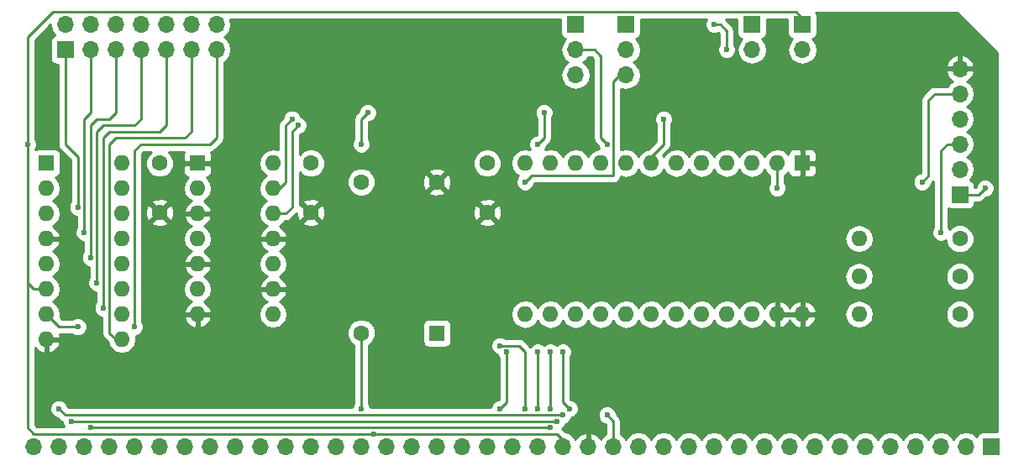
<source format=gbl>
G04 #@! TF.FileFunction,Copper,L2,Bot,Signal*
%FSLAX46Y46*%
G04 Gerber Fmt 4.6, Leading zero omitted, Abs format (unit mm)*
G04 Created by KiCad (PCBNEW 4.0.7) date 09/22/19 23:17:32*
%MOMM*%
%LPD*%
G01*
G04 APERTURE LIST*
%ADD10C,0.100000*%
%ADD11C,1.600000*%
%ADD12R,1.700000X1.700000*%
%ADD13O,1.700000X1.700000*%
%ADD14O,1.600000X1.600000*%
%ADD15R,1.600000X1.600000*%
%ADD16C,0.600000*%
%ADD17C,0.250000*%
%ADD18C,0.254000*%
G04 APERTURE END LIST*
D10*
D11*
X146685000Y-51435000D03*
X146685000Y-56435000D03*
X113665000Y-51435000D03*
X113665000Y-56435000D03*
X128905000Y-51435000D03*
X128905000Y-56435000D03*
D12*
X197485000Y-80010000D03*
D13*
X194945000Y-80010000D03*
X192405000Y-80010000D03*
X189865000Y-80010000D03*
X187325000Y-80010000D03*
X184785000Y-80010000D03*
X182245000Y-80010000D03*
X179705000Y-80010000D03*
X177165000Y-80010000D03*
X174625000Y-80010000D03*
X172085000Y-80010000D03*
X169545000Y-80010000D03*
X167005000Y-80010000D03*
X164465000Y-80010000D03*
X161925000Y-80010000D03*
X159385000Y-80010000D03*
X156845000Y-80010000D03*
X154305000Y-80010000D03*
X151765000Y-80010000D03*
X149225000Y-80010000D03*
X146685000Y-80010000D03*
X144145000Y-80010000D03*
X141605000Y-80010000D03*
X139065000Y-80010000D03*
X136525000Y-80010000D03*
X133985000Y-80010000D03*
X131445000Y-80010000D03*
X128905000Y-80010000D03*
X126365000Y-80010000D03*
X123825000Y-80010000D03*
X121285000Y-80010000D03*
X118745000Y-80010000D03*
X116205000Y-80010000D03*
X113665000Y-80010000D03*
X111125000Y-80010000D03*
X108585000Y-80010000D03*
X106045000Y-80010000D03*
X103505000Y-80010000D03*
X100965000Y-80010000D03*
D12*
X194310000Y-54610000D03*
D13*
X194310000Y-52070000D03*
X194310000Y-49530000D03*
X194310000Y-46990000D03*
X194310000Y-44450000D03*
X194310000Y-41910000D03*
D12*
X104140000Y-40005000D03*
D13*
X104140000Y-37465000D03*
X106680000Y-40005000D03*
X106680000Y-37465000D03*
X109220000Y-40005000D03*
X109220000Y-37465000D03*
X111760000Y-40005000D03*
X111760000Y-37465000D03*
X114300000Y-40005000D03*
X114300000Y-37465000D03*
X116840000Y-40005000D03*
X116840000Y-37465000D03*
X119380000Y-40005000D03*
X119380000Y-37465000D03*
D12*
X173355000Y-37465000D03*
D13*
X173355000Y-40005000D03*
D12*
X178435000Y-37465000D03*
D13*
X178435000Y-40005000D03*
D12*
X155575000Y-37465000D03*
D13*
X155575000Y-40005000D03*
X155575000Y-42545000D03*
D12*
X160655000Y-37465000D03*
D13*
X160655000Y-40005000D03*
X160655000Y-42545000D03*
D11*
X194310000Y-66675000D03*
D14*
X184150000Y-66675000D03*
D11*
X194310000Y-62865000D03*
D14*
X184150000Y-62865000D03*
D11*
X194310000Y-59055000D03*
D14*
X184150000Y-59055000D03*
D15*
X117475000Y-51435000D03*
D14*
X125095000Y-66675000D03*
X117475000Y-53975000D03*
X125095000Y-64135000D03*
X117475000Y-56515000D03*
X125095000Y-61595000D03*
X117475000Y-59055000D03*
X125095000Y-59055000D03*
X117475000Y-61595000D03*
X125095000Y-56515000D03*
X117475000Y-64135000D03*
X125095000Y-53975000D03*
X117475000Y-66675000D03*
X125095000Y-51435000D03*
D15*
X102235000Y-51435000D03*
D14*
X109855000Y-69215000D03*
X102235000Y-53975000D03*
X109855000Y-66675000D03*
X102235000Y-56515000D03*
X109855000Y-64135000D03*
X102235000Y-59055000D03*
X109855000Y-61595000D03*
X102235000Y-61595000D03*
X109855000Y-59055000D03*
X102235000Y-64135000D03*
X109855000Y-56515000D03*
X102235000Y-66675000D03*
X109855000Y-53975000D03*
X102235000Y-69215000D03*
X109855000Y-51435000D03*
D15*
X141605000Y-68580000D03*
D11*
X133985000Y-68580000D03*
X133985000Y-53340000D03*
X141605000Y-53340000D03*
D15*
X178435000Y-51435000D03*
D14*
X150495000Y-66675000D03*
X175895000Y-51435000D03*
X153035000Y-66675000D03*
X173355000Y-51435000D03*
X155575000Y-66675000D03*
X170815000Y-51435000D03*
X158115000Y-66675000D03*
X168275000Y-51435000D03*
X160655000Y-66675000D03*
X165735000Y-51435000D03*
X163195000Y-66675000D03*
X163195000Y-51435000D03*
X165735000Y-66675000D03*
X160655000Y-51435000D03*
X168275000Y-66675000D03*
X158115000Y-51435000D03*
X170815000Y-66675000D03*
X155575000Y-51435000D03*
X173355000Y-66675000D03*
X153035000Y-51435000D03*
X175895000Y-66675000D03*
X150495000Y-51435000D03*
X178435000Y-66675000D03*
D16*
X100330000Y-49530000D03*
X133985000Y-76200000D03*
X135255000Y-78740000D03*
X103505000Y-76200000D03*
X154305000Y-76835000D03*
X153670000Y-77470000D03*
X104775000Y-77470000D03*
X153035000Y-78105000D03*
X106680000Y-78105000D03*
X154305000Y-70485000D03*
X154940000Y-76200000D03*
X158750000Y-76835000D03*
X153035000Y-76200000D03*
X153035000Y-70485000D03*
X151765000Y-76200000D03*
X151765000Y-70485000D03*
X151765000Y-49530000D03*
X152400000Y-46355000D03*
X147955000Y-76200000D03*
X148590000Y-70485000D03*
X196850000Y-53975000D03*
X192405000Y-58420000D03*
X190500000Y-53340000D03*
X105410000Y-55880000D03*
X106045000Y-58420000D03*
X106680000Y-60960000D03*
X107315000Y-63500000D03*
X107950000Y-66040000D03*
X105410000Y-67945000D03*
X111125000Y-67945000D03*
X127635000Y-47625000D03*
X133985000Y-49530000D03*
X134620000Y-46355000D03*
X158750000Y-49530000D03*
X127000000Y-46990000D03*
X170815000Y-40005000D03*
X169545000Y-37465000D03*
X164465000Y-46990000D03*
X175895000Y-53975000D03*
X150495000Y-53340000D03*
X147955000Y-69850000D03*
X150495000Y-76200000D03*
D17*
X133985000Y-68580000D02*
X133985000Y-76200000D01*
X154305000Y-80010000D02*
X154305000Y-79375000D01*
X154305000Y-79375000D02*
X153670000Y-78740000D01*
X100330000Y-78105000D02*
X100330000Y-77470000D01*
X100965000Y-78740000D02*
X100330000Y-78105000D01*
X153670000Y-78740000D02*
X135255000Y-78740000D01*
X135255000Y-78740000D02*
X100965000Y-78740000D01*
X100330000Y-63500000D02*
X100330000Y-77470000D01*
X178435000Y-37465000D02*
X178435000Y-36830000D01*
X178435000Y-36830000D02*
X177800000Y-36195000D01*
X100330000Y-38735000D02*
X100330000Y-49530000D01*
X102870000Y-36195000D02*
X100330000Y-38735000D01*
X177800000Y-36195000D02*
X158115000Y-36195000D01*
X158115000Y-36195000D02*
X102870000Y-36195000D01*
X100330000Y-49530000D02*
X100330000Y-63500000D01*
X100330000Y-63500000D02*
X100965000Y-64135000D01*
X100965000Y-64135000D02*
X102235000Y-64135000D01*
X103505000Y-76200000D02*
X104140000Y-76835000D01*
X104140000Y-76835000D02*
X113030000Y-76835000D01*
X154305000Y-76835000D02*
X113030000Y-76835000D01*
X153670000Y-77470000D02*
X112395000Y-77470000D01*
X104775000Y-77470000D02*
X112395000Y-77470000D01*
X153035000Y-78105000D02*
X111125000Y-78105000D01*
X106680000Y-78105000D02*
X111125000Y-78105000D01*
X154305000Y-70485000D02*
X154305000Y-75565000D01*
X154305000Y-75565000D02*
X154940000Y-76200000D01*
X158750000Y-76835000D02*
X159385000Y-77470000D01*
X159385000Y-77470000D02*
X159385000Y-80010000D01*
X153035000Y-76200000D02*
X153035000Y-70485000D01*
X151765000Y-70485000D02*
X151765000Y-76200000D01*
X151765000Y-49530000D02*
X152400000Y-48895000D01*
X152400000Y-48895000D02*
X152400000Y-46355000D01*
X148590000Y-75565000D02*
X147955000Y-76200000D01*
X148590000Y-70485000D02*
X148590000Y-75565000D01*
X196215000Y-54610000D02*
X194310000Y-54610000D01*
X196850000Y-53975000D02*
X196215000Y-54610000D01*
X194310000Y-49530000D02*
X193040000Y-49530000D01*
X192405000Y-50165000D02*
X193040000Y-49530000D01*
X192405000Y-50165000D02*
X192405000Y-58420000D01*
X192405000Y-44450000D02*
X191770000Y-44450000D01*
X191135000Y-45085000D02*
X191770000Y-44450000D01*
X191135000Y-52705000D02*
X191135000Y-45085000D01*
X191135000Y-52705000D02*
X190500000Y-53340000D01*
X194310000Y-44450000D02*
X192405000Y-44450000D01*
X104140000Y-49530000D02*
X104140000Y-40005000D01*
X105410000Y-50800000D02*
X104140000Y-49530000D01*
X105410000Y-55880000D02*
X105410000Y-50800000D01*
X106680000Y-40005000D02*
X106680000Y-46355000D01*
X106045000Y-46990000D02*
X106045000Y-58420000D01*
X106680000Y-46355000D02*
X106045000Y-46990000D01*
X109220000Y-40005000D02*
X109220000Y-46355000D01*
X106680000Y-47625000D02*
X106680000Y-60960000D01*
X107315000Y-46990000D02*
X106680000Y-47625000D01*
X108585000Y-46990000D02*
X107315000Y-46990000D01*
X109220000Y-46355000D02*
X108585000Y-46990000D01*
X111760000Y-40005000D02*
X111760000Y-46990000D01*
X107315000Y-48260000D02*
X107315000Y-63500000D01*
X107950000Y-47625000D02*
X107315000Y-48260000D01*
X111125000Y-47625000D02*
X107950000Y-47625000D01*
X111760000Y-46990000D02*
X111125000Y-47625000D01*
X114300000Y-40005000D02*
X114300000Y-47625000D01*
X107950000Y-48895000D02*
X107950000Y-66040000D01*
X108585000Y-48260000D02*
X107950000Y-48895000D01*
X113665000Y-48260000D02*
X108585000Y-48260000D01*
X114300000Y-47625000D02*
X113665000Y-48260000D01*
X116840000Y-40005000D02*
X116840000Y-48260000D01*
X108585000Y-68580000D02*
X109220000Y-69215000D01*
X108585000Y-49530000D02*
X108585000Y-68580000D01*
X109220000Y-48895000D02*
X108585000Y-49530000D01*
X116205000Y-48895000D02*
X109220000Y-48895000D01*
X116840000Y-48260000D02*
X116205000Y-48895000D01*
X109220000Y-69215000D02*
X109855000Y-69215000D01*
X119380000Y-40005000D02*
X119380000Y-48895000D01*
X103505000Y-67945000D02*
X102235000Y-66675000D01*
X105410000Y-67945000D02*
X103505000Y-67945000D01*
X111125000Y-50165000D02*
X111125000Y-67945000D01*
X111760000Y-49530000D02*
X111125000Y-50165000D01*
X118745000Y-49530000D02*
X111760000Y-49530000D01*
X119380000Y-48895000D02*
X118745000Y-49530000D01*
X125095000Y-56515000D02*
X126365000Y-56515000D01*
X127000000Y-48260000D02*
X127635000Y-47625000D01*
X127000000Y-55880000D02*
X127000000Y-48260000D01*
X126365000Y-56515000D02*
X127000000Y-55880000D01*
X133985000Y-46990000D02*
X133985000Y-49530000D01*
X134620000Y-46355000D02*
X133985000Y-46990000D01*
X158115000Y-48260000D02*
X158115000Y-48895000D01*
X158115000Y-48895000D02*
X158750000Y-49530000D01*
X155575000Y-40005000D02*
X157480000Y-40005000D01*
X158115000Y-40640000D02*
X157480000Y-40005000D01*
X158115000Y-48260000D02*
X158115000Y-40640000D01*
X125095000Y-53975000D02*
X125730000Y-53975000D01*
X125730000Y-53975000D02*
X126365000Y-53340000D01*
X126365000Y-53340000D02*
X126365000Y-47625000D01*
X126365000Y-47625000D02*
X127000000Y-46990000D01*
X170180000Y-37465000D02*
X170815000Y-38100000D01*
X170815000Y-38100000D02*
X170815000Y-40005000D01*
X169545000Y-37465000D02*
X170180000Y-37465000D01*
X164465000Y-49530000D02*
X163195000Y-50800000D01*
X164465000Y-46990000D02*
X164465000Y-49530000D01*
X163195000Y-50800000D02*
X163195000Y-51435000D01*
X175895000Y-53975000D02*
X175895000Y-51435000D01*
X160655000Y-42545000D02*
X160020000Y-42545000D01*
X160020000Y-42545000D02*
X159385000Y-43180000D01*
X159385000Y-43180000D02*
X159385000Y-52705000D01*
X159385000Y-52705000D02*
X151130000Y-52705000D01*
X151130000Y-52705000D02*
X150495000Y-53340000D01*
X150495000Y-70485000D02*
X149860000Y-69850000D01*
X148590000Y-69850000D02*
X147955000Y-69850000D01*
X149860000Y-69850000D02*
X148590000Y-69850000D01*
X150495000Y-76200000D02*
X150495000Y-70485000D01*
D18*
G36*
X198045000Y-40299092D02*
X198045000Y-78512560D01*
X196635000Y-78512560D01*
X196399683Y-78556838D01*
X196183559Y-78695910D01*
X196038569Y-78908110D01*
X196024914Y-78975541D01*
X195995054Y-78930853D01*
X195513285Y-78608946D01*
X194945000Y-78495907D01*
X194376715Y-78608946D01*
X193894946Y-78930853D01*
X193675000Y-79260026D01*
X193455054Y-78930853D01*
X192973285Y-78608946D01*
X192405000Y-78495907D01*
X191836715Y-78608946D01*
X191354946Y-78930853D01*
X191135000Y-79260026D01*
X190915054Y-78930853D01*
X190433285Y-78608946D01*
X189865000Y-78495907D01*
X189296715Y-78608946D01*
X188814946Y-78930853D01*
X188595000Y-79260026D01*
X188375054Y-78930853D01*
X187893285Y-78608946D01*
X187325000Y-78495907D01*
X186756715Y-78608946D01*
X186274946Y-78930853D01*
X186055000Y-79260026D01*
X185835054Y-78930853D01*
X185353285Y-78608946D01*
X184785000Y-78495907D01*
X184216715Y-78608946D01*
X183734946Y-78930853D01*
X183515000Y-79260026D01*
X183295054Y-78930853D01*
X182813285Y-78608946D01*
X182245000Y-78495907D01*
X181676715Y-78608946D01*
X181194946Y-78930853D01*
X180975000Y-79260026D01*
X180755054Y-78930853D01*
X180273285Y-78608946D01*
X179705000Y-78495907D01*
X179136715Y-78608946D01*
X178654946Y-78930853D01*
X178435000Y-79260026D01*
X178215054Y-78930853D01*
X177733285Y-78608946D01*
X177165000Y-78495907D01*
X176596715Y-78608946D01*
X176114946Y-78930853D01*
X175895000Y-79260026D01*
X175675054Y-78930853D01*
X175193285Y-78608946D01*
X174625000Y-78495907D01*
X174056715Y-78608946D01*
X173574946Y-78930853D01*
X173355000Y-79260026D01*
X173135054Y-78930853D01*
X172653285Y-78608946D01*
X172085000Y-78495907D01*
X171516715Y-78608946D01*
X171034946Y-78930853D01*
X170815000Y-79260026D01*
X170595054Y-78930853D01*
X170113285Y-78608946D01*
X169545000Y-78495907D01*
X168976715Y-78608946D01*
X168494946Y-78930853D01*
X168275000Y-79260026D01*
X168055054Y-78930853D01*
X167573285Y-78608946D01*
X167005000Y-78495907D01*
X166436715Y-78608946D01*
X165954946Y-78930853D01*
X165735000Y-79260026D01*
X165515054Y-78930853D01*
X165033285Y-78608946D01*
X164465000Y-78495907D01*
X163896715Y-78608946D01*
X163414946Y-78930853D01*
X163195000Y-79260026D01*
X162975054Y-78930853D01*
X162493285Y-78608946D01*
X161925000Y-78495907D01*
X161356715Y-78608946D01*
X160874946Y-78930853D01*
X160655000Y-79260026D01*
X160435054Y-78930853D01*
X160145000Y-78737046D01*
X160145000Y-77470000D01*
X160087148Y-77179161D01*
X159922401Y-76932599D01*
X159685122Y-76695320D01*
X159685162Y-76649833D01*
X159543117Y-76306057D01*
X159280327Y-76042808D01*
X158936799Y-75900162D01*
X158564833Y-75899838D01*
X158221057Y-76041883D01*
X157957808Y-76304673D01*
X157815162Y-76648201D01*
X157814838Y-77020167D01*
X157956883Y-77363943D01*
X158219673Y-77627192D01*
X158563201Y-77769838D01*
X158610077Y-77769879D01*
X158625000Y-77784802D01*
X158625000Y-78737046D01*
X158334946Y-78930853D01*
X158107298Y-79271553D01*
X158040183Y-79128642D01*
X157611924Y-78738355D01*
X157201890Y-78568524D01*
X156972000Y-78689845D01*
X156972000Y-79883000D01*
X156992000Y-79883000D01*
X156992000Y-80137000D01*
X156972000Y-80137000D01*
X156972000Y-80157000D01*
X156718000Y-80157000D01*
X156718000Y-80137000D01*
X156698000Y-80137000D01*
X156698000Y-79883000D01*
X156718000Y-79883000D01*
X156718000Y-78689845D01*
X156488110Y-78568524D01*
X156078076Y-78738355D01*
X155649817Y-79128642D01*
X155582702Y-79271553D01*
X155355054Y-78930853D01*
X154873285Y-78608946D01*
X154549304Y-78544502D01*
X154233461Y-78228659D01*
X154462192Y-78000327D01*
X154571765Y-77736446D01*
X154833943Y-77628117D01*
X155097192Y-77365327D01*
X155206765Y-77101446D01*
X155468943Y-76993117D01*
X155732192Y-76730327D01*
X155874838Y-76386799D01*
X155875162Y-76014833D01*
X155733117Y-75671057D01*
X155470327Y-75407808D01*
X155126799Y-75265162D01*
X155079923Y-75265121D01*
X155065000Y-75250198D01*
X155065000Y-71047463D01*
X155097192Y-71015327D01*
X155239838Y-70671799D01*
X155240162Y-70299833D01*
X155098117Y-69956057D01*
X154835327Y-69692808D01*
X154491799Y-69550162D01*
X154119833Y-69549838D01*
X153776057Y-69691883D01*
X153670046Y-69797710D01*
X153565327Y-69692808D01*
X153221799Y-69550162D01*
X152849833Y-69549838D01*
X152506057Y-69691883D01*
X152400046Y-69797710D01*
X152295327Y-69692808D01*
X151951799Y-69550162D01*
X151579833Y-69549838D01*
X151236057Y-69691883D01*
X151006171Y-69921369D01*
X150397401Y-69312599D01*
X150150839Y-69147852D01*
X149860000Y-69090000D01*
X148517463Y-69090000D01*
X148485327Y-69057808D01*
X148141799Y-68915162D01*
X147769833Y-68914838D01*
X147426057Y-69056883D01*
X147162808Y-69319673D01*
X147020162Y-69663201D01*
X147019838Y-70035167D01*
X147161883Y-70378943D01*
X147424673Y-70642192D01*
X147688554Y-70751765D01*
X147796883Y-71013943D01*
X147830000Y-71047118D01*
X147830000Y-75250198D01*
X147815320Y-75264878D01*
X147769833Y-75264838D01*
X147426057Y-75406883D01*
X147162808Y-75669673D01*
X147020162Y-76013201D01*
X147020108Y-76075000D01*
X134920110Y-76075000D01*
X134920162Y-76014833D01*
X134778117Y-75671057D01*
X134745000Y-75637882D01*
X134745000Y-69818646D01*
X134796800Y-69797243D01*
X135200824Y-69393923D01*
X135419750Y-68866691D01*
X135420248Y-68295813D01*
X135207119Y-67780000D01*
X140157560Y-67780000D01*
X140157560Y-69380000D01*
X140201838Y-69615317D01*
X140340910Y-69831441D01*
X140553110Y-69976431D01*
X140805000Y-70027440D01*
X142405000Y-70027440D01*
X142640317Y-69983162D01*
X142856441Y-69844090D01*
X143001431Y-69631890D01*
X143052440Y-69380000D01*
X143052440Y-67780000D01*
X143008162Y-67544683D01*
X142869090Y-67328559D01*
X142656890Y-67183569D01*
X142405000Y-67132560D01*
X140805000Y-67132560D01*
X140569683Y-67176838D01*
X140353559Y-67315910D01*
X140208569Y-67528110D01*
X140157560Y-67780000D01*
X135207119Y-67780000D01*
X135202243Y-67768200D01*
X134798923Y-67364176D01*
X134271691Y-67145250D01*
X133700813Y-67144752D01*
X133173200Y-67362757D01*
X132769176Y-67766077D01*
X132550250Y-68293309D01*
X132549752Y-68864187D01*
X132767757Y-69391800D01*
X133171077Y-69795824D01*
X133225000Y-69818215D01*
X133225000Y-75637537D01*
X133192808Y-75669673D01*
X133050162Y-76013201D01*
X133050108Y-76075000D01*
X104454802Y-76075000D01*
X104440122Y-76060320D01*
X104440162Y-76014833D01*
X104298117Y-75671057D01*
X104035327Y-75407808D01*
X103691799Y-75265162D01*
X103319833Y-75264838D01*
X102976057Y-75406883D01*
X102712808Y-75669673D01*
X102570162Y-76013201D01*
X102569838Y-76385167D01*
X102711883Y-76728943D01*
X102974673Y-76992192D01*
X103318201Y-77134838D01*
X103365077Y-77134879D01*
X103602599Y-77372401D01*
X103839946Y-77530991D01*
X103839838Y-77655167D01*
X103974056Y-77980000D01*
X101279802Y-77980000D01*
X101090000Y-77790198D01*
X101090000Y-70047404D01*
X101379866Y-70367389D01*
X101885959Y-70606914D01*
X102108000Y-70485629D01*
X102108000Y-69342000D01*
X102362000Y-69342000D01*
X102362000Y-70485629D01*
X102584041Y-70606914D01*
X103090134Y-70367389D01*
X103466041Y-69952423D01*
X103626904Y-69564039D01*
X103504915Y-69342000D01*
X102362000Y-69342000D01*
X102108000Y-69342000D01*
X102088000Y-69342000D01*
X102088000Y-69088000D01*
X102108000Y-69088000D01*
X102108000Y-69068000D01*
X102362000Y-69068000D01*
X102362000Y-69088000D01*
X103504915Y-69088000D01*
X103626904Y-68865961D01*
X103560236Y-68705000D01*
X104847537Y-68705000D01*
X104879673Y-68737192D01*
X105223201Y-68879838D01*
X105595167Y-68880162D01*
X105938943Y-68738117D01*
X106202192Y-68475327D01*
X106344838Y-68131799D01*
X106345162Y-67759833D01*
X106203117Y-67416057D01*
X105940327Y-67152808D01*
X105596799Y-67010162D01*
X105224833Y-67009838D01*
X104881057Y-67151883D01*
X104847882Y-67185000D01*
X103819802Y-67185000D01*
X103633688Y-66998886D01*
X103698113Y-66675000D01*
X103588880Y-66125849D01*
X103277811Y-65660302D01*
X102895725Y-65405000D01*
X103277811Y-65149698D01*
X103588880Y-64684151D01*
X103698113Y-64135000D01*
X103588880Y-63585849D01*
X103277811Y-63120302D01*
X102895725Y-62865000D01*
X103277811Y-62609698D01*
X103588880Y-62144151D01*
X103698113Y-61595000D01*
X103588880Y-61045849D01*
X103277811Y-60580302D01*
X102873297Y-60310014D01*
X103090134Y-60207389D01*
X103466041Y-59792423D01*
X103626904Y-59404039D01*
X103504915Y-59182000D01*
X102362000Y-59182000D01*
X102362000Y-59202000D01*
X102108000Y-59202000D01*
X102108000Y-59182000D01*
X102088000Y-59182000D01*
X102088000Y-58928000D01*
X102108000Y-58928000D01*
X102108000Y-58908000D01*
X102362000Y-58908000D01*
X102362000Y-58928000D01*
X103504915Y-58928000D01*
X103626904Y-58705961D01*
X103466041Y-58317577D01*
X103090134Y-57902611D01*
X102873297Y-57799986D01*
X103277811Y-57529698D01*
X103588880Y-57064151D01*
X103698113Y-56515000D01*
X103588880Y-55965849D01*
X103277811Y-55500302D01*
X102895725Y-55245000D01*
X103277811Y-54989698D01*
X103588880Y-54524151D01*
X103698113Y-53975000D01*
X103588880Y-53425849D01*
X103277811Y-52960302D01*
X103133535Y-52863899D01*
X103270317Y-52838162D01*
X103486441Y-52699090D01*
X103631431Y-52486890D01*
X103682440Y-52235000D01*
X103682440Y-50635000D01*
X103638162Y-50399683D01*
X103499090Y-50183559D01*
X103286890Y-50038569D01*
X103035000Y-49987560D01*
X101435000Y-49987560D01*
X101199683Y-50031838D01*
X101090000Y-50102417D01*
X101090000Y-50092463D01*
X101122192Y-50060327D01*
X101264838Y-49716799D01*
X101265162Y-49344833D01*
X101123117Y-49001057D01*
X101090000Y-48967882D01*
X101090000Y-39049802D01*
X102655000Y-37484802D01*
X102655000Y-37494093D01*
X102768039Y-38062378D01*
X103089946Y-38544147D01*
X103091179Y-38544971D01*
X103054683Y-38551838D01*
X102838559Y-38690910D01*
X102693569Y-38903110D01*
X102642560Y-39155000D01*
X102642560Y-40855000D01*
X102686838Y-41090317D01*
X102825910Y-41306441D01*
X103038110Y-41451431D01*
X103290000Y-41502440D01*
X103380000Y-41502440D01*
X103380000Y-49530000D01*
X103437852Y-49820839D01*
X103602599Y-50067401D01*
X104650000Y-51114802D01*
X104650000Y-55317537D01*
X104617808Y-55349673D01*
X104475162Y-55693201D01*
X104474838Y-56065167D01*
X104616883Y-56408943D01*
X104879673Y-56672192D01*
X105223201Y-56814838D01*
X105285000Y-56814892D01*
X105285000Y-57857537D01*
X105252808Y-57889673D01*
X105110162Y-58233201D01*
X105109838Y-58605167D01*
X105251883Y-58948943D01*
X105514673Y-59212192D01*
X105858201Y-59354838D01*
X105920000Y-59354892D01*
X105920000Y-60397537D01*
X105887808Y-60429673D01*
X105745162Y-60773201D01*
X105744838Y-61145167D01*
X105886883Y-61488943D01*
X106149673Y-61752192D01*
X106493201Y-61894838D01*
X106555000Y-61894892D01*
X106555000Y-62937537D01*
X106522808Y-62969673D01*
X106380162Y-63313201D01*
X106379838Y-63685167D01*
X106521883Y-64028943D01*
X106784673Y-64292192D01*
X107128201Y-64434838D01*
X107190000Y-64434892D01*
X107190000Y-65477537D01*
X107157808Y-65509673D01*
X107015162Y-65853201D01*
X107014838Y-66225167D01*
X107156883Y-66568943D01*
X107419673Y-66832192D01*
X107763201Y-66974838D01*
X107825000Y-66974892D01*
X107825000Y-68580000D01*
X107882852Y-68870839D01*
X108047599Y-69117401D01*
X108453141Y-69522943D01*
X108501120Y-69764151D01*
X108812189Y-70229698D01*
X109277736Y-70540767D01*
X109826887Y-70650000D01*
X109883113Y-70650000D01*
X110432264Y-70540767D01*
X110897811Y-70229698D01*
X111208880Y-69764151D01*
X111318113Y-69215000D01*
X111251499Y-68880111D01*
X111310167Y-68880162D01*
X111653943Y-68738117D01*
X111917192Y-68475327D01*
X112059838Y-68131799D01*
X112060162Y-67759833D01*
X111918117Y-67416057D01*
X111885000Y-67382882D01*
X111885000Y-67024039D01*
X116083096Y-67024039D01*
X116243959Y-67412423D01*
X116619866Y-67827389D01*
X117125959Y-68066914D01*
X117348000Y-67945629D01*
X117348000Y-66802000D01*
X117602000Y-66802000D01*
X117602000Y-67945629D01*
X117824041Y-68066914D01*
X118330134Y-67827389D01*
X118706041Y-67412423D01*
X118866904Y-67024039D01*
X118744915Y-66802000D01*
X117602000Y-66802000D01*
X117348000Y-66802000D01*
X116205085Y-66802000D01*
X116083096Y-67024039D01*
X111885000Y-67024039D01*
X111885000Y-66675000D01*
X123631887Y-66675000D01*
X123741120Y-67224151D01*
X124052189Y-67689698D01*
X124517736Y-68000767D01*
X125066887Y-68110000D01*
X125123113Y-68110000D01*
X125672264Y-68000767D01*
X126137811Y-67689698D01*
X126448880Y-67224151D01*
X126558113Y-66675000D01*
X126552521Y-66646887D01*
X149060000Y-66646887D01*
X149060000Y-66703113D01*
X149169233Y-67252264D01*
X149480302Y-67717811D01*
X149945849Y-68028880D01*
X150495000Y-68138113D01*
X151044151Y-68028880D01*
X151509698Y-67717811D01*
X151765000Y-67335725D01*
X152020302Y-67717811D01*
X152485849Y-68028880D01*
X153035000Y-68138113D01*
X153584151Y-68028880D01*
X154049698Y-67717811D01*
X154305000Y-67335725D01*
X154560302Y-67717811D01*
X155025849Y-68028880D01*
X155575000Y-68138113D01*
X156124151Y-68028880D01*
X156589698Y-67717811D01*
X156845000Y-67335725D01*
X157100302Y-67717811D01*
X157565849Y-68028880D01*
X158115000Y-68138113D01*
X158664151Y-68028880D01*
X159129698Y-67717811D01*
X159385000Y-67335725D01*
X159640302Y-67717811D01*
X160105849Y-68028880D01*
X160655000Y-68138113D01*
X161204151Y-68028880D01*
X161669698Y-67717811D01*
X161925000Y-67335725D01*
X162180302Y-67717811D01*
X162645849Y-68028880D01*
X163195000Y-68138113D01*
X163744151Y-68028880D01*
X164209698Y-67717811D01*
X164465000Y-67335725D01*
X164720302Y-67717811D01*
X165185849Y-68028880D01*
X165735000Y-68138113D01*
X166284151Y-68028880D01*
X166749698Y-67717811D01*
X167005000Y-67335725D01*
X167260302Y-67717811D01*
X167725849Y-68028880D01*
X168275000Y-68138113D01*
X168824151Y-68028880D01*
X169289698Y-67717811D01*
X169545000Y-67335725D01*
X169800302Y-67717811D01*
X170265849Y-68028880D01*
X170815000Y-68138113D01*
X171364151Y-68028880D01*
X171829698Y-67717811D01*
X172085000Y-67335725D01*
X172340302Y-67717811D01*
X172805849Y-68028880D01*
X173355000Y-68138113D01*
X173904151Y-68028880D01*
X174369698Y-67717811D01*
X174639986Y-67313297D01*
X174742611Y-67530134D01*
X175157577Y-67906041D01*
X175545961Y-68066904D01*
X175768000Y-67944915D01*
X175768000Y-66802000D01*
X176022000Y-66802000D01*
X176022000Y-67944915D01*
X176244039Y-68066904D01*
X176632423Y-67906041D01*
X177047389Y-67530134D01*
X177165000Y-67281633D01*
X177282611Y-67530134D01*
X177697577Y-67906041D01*
X178085961Y-68066904D01*
X178308000Y-67944915D01*
X178308000Y-66802000D01*
X178562000Y-66802000D01*
X178562000Y-67944915D01*
X178784039Y-68066904D01*
X179172423Y-67906041D01*
X179587389Y-67530134D01*
X179826914Y-67024041D01*
X179705629Y-66802000D01*
X178562000Y-66802000D01*
X178308000Y-66802000D01*
X176022000Y-66802000D01*
X175768000Y-66802000D01*
X175748000Y-66802000D01*
X175748000Y-66675000D01*
X182686887Y-66675000D01*
X182796120Y-67224151D01*
X183107189Y-67689698D01*
X183572736Y-68000767D01*
X184121887Y-68110000D01*
X184178113Y-68110000D01*
X184727264Y-68000767D01*
X185192811Y-67689698D01*
X185503880Y-67224151D01*
X185556584Y-66959187D01*
X192874752Y-66959187D01*
X193092757Y-67486800D01*
X193496077Y-67890824D01*
X194023309Y-68109750D01*
X194594187Y-68110248D01*
X195121800Y-67892243D01*
X195525824Y-67488923D01*
X195744750Y-66961691D01*
X195745248Y-66390813D01*
X195527243Y-65863200D01*
X195123923Y-65459176D01*
X194596691Y-65240250D01*
X194025813Y-65239752D01*
X193498200Y-65457757D01*
X193094176Y-65861077D01*
X192875250Y-66388309D01*
X192874752Y-66959187D01*
X185556584Y-66959187D01*
X185613113Y-66675000D01*
X185503880Y-66125849D01*
X185192811Y-65660302D01*
X184727264Y-65349233D01*
X184178113Y-65240000D01*
X184121887Y-65240000D01*
X183572736Y-65349233D01*
X183107189Y-65660302D01*
X182796120Y-66125849D01*
X182686887Y-66675000D01*
X175748000Y-66675000D01*
X175748000Y-66548000D01*
X175768000Y-66548000D01*
X175768000Y-65405085D01*
X176022000Y-65405085D01*
X176022000Y-66548000D01*
X178308000Y-66548000D01*
X178308000Y-65405085D01*
X178562000Y-65405085D01*
X178562000Y-66548000D01*
X179705629Y-66548000D01*
X179826914Y-66325959D01*
X179587389Y-65819866D01*
X179172423Y-65443959D01*
X178784039Y-65283096D01*
X178562000Y-65405085D01*
X178308000Y-65405085D01*
X178085961Y-65283096D01*
X177697577Y-65443959D01*
X177282611Y-65819866D01*
X177165000Y-66068367D01*
X177047389Y-65819866D01*
X176632423Y-65443959D01*
X176244039Y-65283096D01*
X176022000Y-65405085D01*
X175768000Y-65405085D01*
X175545961Y-65283096D01*
X175157577Y-65443959D01*
X174742611Y-65819866D01*
X174639986Y-66036703D01*
X174369698Y-65632189D01*
X173904151Y-65321120D01*
X173355000Y-65211887D01*
X172805849Y-65321120D01*
X172340302Y-65632189D01*
X172085000Y-66014275D01*
X171829698Y-65632189D01*
X171364151Y-65321120D01*
X170815000Y-65211887D01*
X170265849Y-65321120D01*
X169800302Y-65632189D01*
X169545000Y-66014275D01*
X169289698Y-65632189D01*
X168824151Y-65321120D01*
X168275000Y-65211887D01*
X167725849Y-65321120D01*
X167260302Y-65632189D01*
X167005000Y-66014275D01*
X166749698Y-65632189D01*
X166284151Y-65321120D01*
X165735000Y-65211887D01*
X165185849Y-65321120D01*
X164720302Y-65632189D01*
X164465000Y-66014275D01*
X164209698Y-65632189D01*
X163744151Y-65321120D01*
X163195000Y-65211887D01*
X162645849Y-65321120D01*
X162180302Y-65632189D01*
X161925000Y-66014275D01*
X161669698Y-65632189D01*
X161204151Y-65321120D01*
X160655000Y-65211887D01*
X160105849Y-65321120D01*
X159640302Y-65632189D01*
X159385000Y-66014275D01*
X159129698Y-65632189D01*
X158664151Y-65321120D01*
X158115000Y-65211887D01*
X157565849Y-65321120D01*
X157100302Y-65632189D01*
X156845000Y-66014275D01*
X156589698Y-65632189D01*
X156124151Y-65321120D01*
X155575000Y-65211887D01*
X155025849Y-65321120D01*
X154560302Y-65632189D01*
X154305000Y-66014275D01*
X154049698Y-65632189D01*
X153584151Y-65321120D01*
X153035000Y-65211887D01*
X152485849Y-65321120D01*
X152020302Y-65632189D01*
X151765000Y-66014275D01*
X151509698Y-65632189D01*
X151044151Y-65321120D01*
X150495000Y-65211887D01*
X149945849Y-65321120D01*
X149480302Y-65632189D01*
X149169233Y-66097736D01*
X149060000Y-66646887D01*
X126552521Y-66646887D01*
X126448880Y-66125849D01*
X126137811Y-65660302D01*
X125733297Y-65390014D01*
X125950134Y-65287389D01*
X126326041Y-64872423D01*
X126486904Y-64484039D01*
X126364915Y-64262000D01*
X125222000Y-64262000D01*
X125222000Y-64282000D01*
X124968000Y-64282000D01*
X124968000Y-64262000D01*
X123825085Y-64262000D01*
X123703096Y-64484039D01*
X123863959Y-64872423D01*
X124239866Y-65287389D01*
X124456703Y-65390014D01*
X124052189Y-65660302D01*
X123741120Y-66125849D01*
X123631887Y-66675000D01*
X111885000Y-66675000D01*
X111885000Y-64135000D01*
X116011887Y-64135000D01*
X116121120Y-64684151D01*
X116432189Y-65149698D01*
X116836703Y-65419986D01*
X116619866Y-65522611D01*
X116243959Y-65937577D01*
X116083096Y-66325961D01*
X116205085Y-66548000D01*
X117348000Y-66548000D01*
X117348000Y-66528000D01*
X117602000Y-66528000D01*
X117602000Y-66548000D01*
X118744915Y-66548000D01*
X118866904Y-66325961D01*
X118706041Y-65937577D01*
X118330134Y-65522611D01*
X118113297Y-65419986D01*
X118517811Y-65149698D01*
X118828880Y-64684151D01*
X118938113Y-64135000D01*
X118828880Y-63585849D01*
X118517811Y-63120302D01*
X118113297Y-62850014D01*
X118330134Y-62747389D01*
X118706041Y-62332423D01*
X118866904Y-61944039D01*
X118744915Y-61722000D01*
X117602000Y-61722000D01*
X117602000Y-61742000D01*
X117348000Y-61742000D01*
X117348000Y-61722000D01*
X116205085Y-61722000D01*
X116083096Y-61944039D01*
X116243959Y-62332423D01*
X116619866Y-62747389D01*
X116836703Y-62850014D01*
X116432189Y-63120302D01*
X116121120Y-63585849D01*
X116011887Y-64135000D01*
X111885000Y-64135000D01*
X111885000Y-61595000D01*
X123631887Y-61595000D01*
X123741120Y-62144151D01*
X124052189Y-62609698D01*
X124456703Y-62879986D01*
X124239866Y-62982611D01*
X123863959Y-63397577D01*
X123703096Y-63785961D01*
X123825085Y-64008000D01*
X124968000Y-64008000D01*
X124968000Y-63988000D01*
X125222000Y-63988000D01*
X125222000Y-64008000D01*
X126364915Y-64008000D01*
X126486904Y-63785961D01*
X126326041Y-63397577D01*
X125950134Y-62982611D01*
X125733297Y-62879986D01*
X125755725Y-62865000D01*
X182686887Y-62865000D01*
X182796120Y-63414151D01*
X183107189Y-63879698D01*
X183572736Y-64190767D01*
X184121887Y-64300000D01*
X184178113Y-64300000D01*
X184727264Y-64190767D01*
X185192811Y-63879698D01*
X185503880Y-63414151D01*
X185556584Y-63149187D01*
X192874752Y-63149187D01*
X193092757Y-63676800D01*
X193496077Y-64080824D01*
X194023309Y-64299750D01*
X194594187Y-64300248D01*
X195121800Y-64082243D01*
X195525824Y-63678923D01*
X195744750Y-63151691D01*
X195745248Y-62580813D01*
X195527243Y-62053200D01*
X195123923Y-61649176D01*
X194596691Y-61430250D01*
X194025813Y-61429752D01*
X193498200Y-61647757D01*
X193094176Y-62051077D01*
X192875250Y-62578309D01*
X192874752Y-63149187D01*
X185556584Y-63149187D01*
X185613113Y-62865000D01*
X185503880Y-62315849D01*
X185192811Y-61850302D01*
X184727264Y-61539233D01*
X184178113Y-61430000D01*
X184121887Y-61430000D01*
X183572736Y-61539233D01*
X183107189Y-61850302D01*
X182796120Y-62315849D01*
X182686887Y-62865000D01*
X125755725Y-62865000D01*
X126137811Y-62609698D01*
X126448880Y-62144151D01*
X126558113Y-61595000D01*
X126448880Y-61045849D01*
X126137811Y-60580302D01*
X125733297Y-60310014D01*
X125950134Y-60207389D01*
X126326041Y-59792423D01*
X126486904Y-59404039D01*
X126364915Y-59182000D01*
X125222000Y-59182000D01*
X125222000Y-59202000D01*
X124968000Y-59202000D01*
X124968000Y-59182000D01*
X123825085Y-59182000D01*
X123703096Y-59404039D01*
X123863959Y-59792423D01*
X124239866Y-60207389D01*
X124456703Y-60310014D01*
X124052189Y-60580302D01*
X123741120Y-61045849D01*
X123631887Y-61595000D01*
X111885000Y-61595000D01*
X111885000Y-59055000D01*
X116011887Y-59055000D01*
X116121120Y-59604151D01*
X116432189Y-60069698D01*
X116836703Y-60339986D01*
X116619866Y-60442611D01*
X116243959Y-60857577D01*
X116083096Y-61245961D01*
X116205085Y-61468000D01*
X117348000Y-61468000D01*
X117348000Y-61448000D01*
X117602000Y-61448000D01*
X117602000Y-61468000D01*
X118744915Y-61468000D01*
X118866904Y-61245961D01*
X118706041Y-60857577D01*
X118330134Y-60442611D01*
X118113297Y-60339986D01*
X118517811Y-60069698D01*
X118828880Y-59604151D01*
X118938113Y-59055000D01*
X182686887Y-59055000D01*
X182796120Y-59604151D01*
X183107189Y-60069698D01*
X183572736Y-60380767D01*
X184121887Y-60490000D01*
X184178113Y-60490000D01*
X184727264Y-60380767D01*
X185192811Y-60069698D01*
X185503880Y-59604151D01*
X185613113Y-59055000D01*
X185503880Y-58505849D01*
X185192811Y-58040302D01*
X184727264Y-57729233D01*
X184178113Y-57620000D01*
X184121887Y-57620000D01*
X183572736Y-57729233D01*
X183107189Y-58040302D01*
X182796120Y-58505849D01*
X182686887Y-59055000D01*
X118938113Y-59055000D01*
X118828880Y-58505849D01*
X118517811Y-58040302D01*
X118113297Y-57770014D01*
X118330134Y-57667389D01*
X118706041Y-57252423D01*
X118866904Y-56864039D01*
X118744915Y-56642000D01*
X117602000Y-56642000D01*
X117602000Y-56662000D01*
X117348000Y-56662000D01*
X117348000Y-56642000D01*
X116205085Y-56642000D01*
X116083096Y-56864039D01*
X116243959Y-57252423D01*
X116619866Y-57667389D01*
X116836703Y-57770014D01*
X116432189Y-58040302D01*
X116121120Y-58505849D01*
X116011887Y-59055000D01*
X111885000Y-59055000D01*
X111885000Y-57442745D01*
X112836861Y-57442745D01*
X112910995Y-57688864D01*
X113448223Y-57881965D01*
X114018454Y-57854778D01*
X114419005Y-57688864D01*
X114493139Y-57442745D01*
X113665000Y-56614605D01*
X112836861Y-57442745D01*
X111885000Y-57442745D01*
X111885000Y-56218223D01*
X112218035Y-56218223D01*
X112245222Y-56788454D01*
X112411136Y-57189005D01*
X112657255Y-57263139D01*
X113485395Y-56435000D01*
X113844605Y-56435000D01*
X114672745Y-57263139D01*
X114918864Y-57189005D01*
X115111965Y-56651777D01*
X115084778Y-56081546D01*
X114918864Y-55680995D01*
X114672745Y-55606861D01*
X113844605Y-56435000D01*
X113485395Y-56435000D01*
X112657255Y-55606861D01*
X112411136Y-55680995D01*
X112218035Y-56218223D01*
X111885000Y-56218223D01*
X111885000Y-55427255D01*
X112836861Y-55427255D01*
X113665000Y-56255395D01*
X114493139Y-55427255D01*
X114419005Y-55181136D01*
X113881777Y-54988035D01*
X113311546Y-55015222D01*
X112910995Y-55181136D01*
X112836861Y-55427255D01*
X111885000Y-55427255D01*
X111885000Y-53975000D01*
X116011887Y-53975000D01*
X116121120Y-54524151D01*
X116432189Y-54989698D01*
X116836703Y-55259986D01*
X116619866Y-55362611D01*
X116243959Y-55777577D01*
X116083096Y-56165961D01*
X116205085Y-56388000D01*
X117348000Y-56388000D01*
X117348000Y-56368000D01*
X117602000Y-56368000D01*
X117602000Y-56388000D01*
X118744915Y-56388000D01*
X118866904Y-56165961D01*
X118706041Y-55777577D01*
X118330134Y-55362611D01*
X118113297Y-55259986D01*
X118517811Y-54989698D01*
X118828880Y-54524151D01*
X118938113Y-53975000D01*
X118828880Y-53425849D01*
X118517811Y-52960302D01*
X118382665Y-52870000D01*
X118401309Y-52870000D01*
X118634698Y-52773327D01*
X118813327Y-52594699D01*
X118910000Y-52361310D01*
X118910000Y-51720750D01*
X118751250Y-51562000D01*
X117602000Y-51562000D01*
X117602000Y-51582000D01*
X117348000Y-51582000D01*
X117348000Y-51562000D01*
X116198750Y-51562000D01*
X116040000Y-51720750D01*
X116040000Y-52361310D01*
X116136673Y-52594699D01*
X116315302Y-52773327D01*
X116548691Y-52870000D01*
X116567335Y-52870000D01*
X116432189Y-52960302D01*
X116121120Y-53425849D01*
X116011887Y-53975000D01*
X111885000Y-53975000D01*
X111885000Y-50479802D01*
X112074802Y-50290000D01*
X112780831Y-50290000D01*
X112449176Y-50621077D01*
X112230250Y-51148309D01*
X112229752Y-51719187D01*
X112447757Y-52246800D01*
X112851077Y-52650824D01*
X113378309Y-52869750D01*
X113949187Y-52870248D01*
X114476800Y-52652243D01*
X114880824Y-52248923D01*
X115099750Y-51721691D01*
X115100000Y-51435000D01*
X123631887Y-51435000D01*
X123741120Y-51984151D01*
X124052189Y-52449698D01*
X124434275Y-52705000D01*
X124052189Y-52960302D01*
X123741120Y-53425849D01*
X123631887Y-53975000D01*
X123741120Y-54524151D01*
X124052189Y-54989698D01*
X124434275Y-55245000D01*
X124052189Y-55500302D01*
X123741120Y-55965849D01*
X123631887Y-56515000D01*
X123741120Y-57064151D01*
X124052189Y-57529698D01*
X124456703Y-57799986D01*
X124239866Y-57902611D01*
X123863959Y-58317577D01*
X123703096Y-58705961D01*
X123825085Y-58928000D01*
X124968000Y-58928000D01*
X124968000Y-58908000D01*
X125222000Y-58908000D01*
X125222000Y-58928000D01*
X126364915Y-58928000D01*
X126486904Y-58705961D01*
X126326041Y-58317577D01*
X125950134Y-57902611D01*
X125733297Y-57799986D01*
X126137811Y-57529698D01*
X126195911Y-57442745D01*
X128076861Y-57442745D01*
X128150995Y-57688864D01*
X128688223Y-57881965D01*
X129258454Y-57854778D01*
X129659005Y-57688864D01*
X129733139Y-57442745D01*
X145856861Y-57442745D01*
X145930995Y-57688864D01*
X146468223Y-57881965D01*
X147038454Y-57854778D01*
X147439005Y-57688864D01*
X147513139Y-57442745D01*
X146685000Y-56614605D01*
X145856861Y-57442745D01*
X129733139Y-57442745D01*
X128905000Y-56614605D01*
X128076861Y-57442745D01*
X126195911Y-57442745D01*
X126307995Y-57275000D01*
X126365000Y-57275000D01*
X126655839Y-57217148D01*
X126902401Y-57052401D01*
X127470711Y-56484091D01*
X127485222Y-56788454D01*
X127651136Y-57189005D01*
X127897255Y-57263139D01*
X128725395Y-56435000D01*
X129084605Y-56435000D01*
X129912745Y-57263139D01*
X130158864Y-57189005D01*
X130351965Y-56651777D01*
X130331295Y-56218223D01*
X145238035Y-56218223D01*
X145265222Y-56788454D01*
X145431136Y-57189005D01*
X145677255Y-57263139D01*
X146505395Y-56435000D01*
X146864605Y-56435000D01*
X147692745Y-57263139D01*
X147938864Y-57189005D01*
X148131965Y-56651777D01*
X148104778Y-56081546D01*
X147938864Y-55680995D01*
X147692745Y-55606861D01*
X146864605Y-56435000D01*
X146505395Y-56435000D01*
X145677255Y-55606861D01*
X145431136Y-55680995D01*
X145238035Y-56218223D01*
X130331295Y-56218223D01*
X130324778Y-56081546D01*
X130158864Y-55680995D01*
X129912745Y-55606861D01*
X129084605Y-56435000D01*
X128725395Y-56435000D01*
X127897255Y-55606861D01*
X127760000Y-55648204D01*
X127760000Y-55427255D01*
X128076861Y-55427255D01*
X128905000Y-56255395D01*
X129733139Y-55427255D01*
X145856861Y-55427255D01*
X146685000Y-56255395D01*
X147513139Y-55427255D01*
X147439005Y-55181136D01*
X146901777Y-54988035D01*
X146331546Y-55015222D01*
X145930995Y-55181136D01*
X145856861Y-55427255D01*
X129733139Y-55427255D01*
X129659005Y-55181136D01*
X129121777Y-54988035D01*
X128551546Y-55015222D01*
X128150995Y-55181136D01*
X128076861Y-55427255D01*
X127760000Y-55427255D01*
X127760000Y-53624187D01*
X132549752Y-53624187D01*
X132767757Y-54151800D01*
X133171077Y-54555824D01*
X133698309Y-54774750D01*
X134269187Y-54775248D01*
X134796800Y-54557243D01*
X135006663Y-54347745D01*
X140776861Y-54347745D01*
X140850995Y-54593864D01*
X141388223Y-54786965D01*
X141958454Y-54759778D01*
X142359005Y-54593864D01*
X142433139Y-54347745D01*
X141605000Y-53519605D01*
X140776861Y-54347745D01*
X135006663Y-54347745D01*
X135200824Y-54153923D01*
X135419750Y-53626691D01*
X135420189Y-53123223D01*
X140158035Y-53123223D01*
X140185222Y-53693454D01*
X140351136Y-54094005D01*
X140597255Y-54168139D01*
X141425395Y-53340000D01*
X141784605Y-53340000D01*
X142612745Y-54168139D01*
X142858864Y-54094005D01*
X143051965Y-53556777D01*
X143024778Y-52986546D01*
X142858864Y-52585995D01*
X142612745Y-52511861D01*
X141784605Y-53340000D01*
X141425395Y-53340000D01*
X140597255Y-52511861D01*
X140351136Y-52585995D01*
X140158035Y-53123223D01*
X135420189Y-53123223D01*
X135420248Y-53055813D01*
X135202243Y-52528200D01*
X135006640Y-52332255D01*
X140776861Y-52332255D01*
X141605000Y-53160395D01*
X142433139Y-52332255D01*
X142359005Y-52086136D01*
X141821777Y-51893035D01*
X141251546Y-51920222D01*
X140850995Y-52086136D01*
X140776861Y-52332255D01*
X135006640Y-52332255D01*
X134798923Y-52124176D01*
X134271691Y-51905250D01*
X133700813Y-51904752D01*
X133173200Y-52122757D01*
X132769176Y-52526077D01*
X132550250Y-53053309D01*
X132549752Y-53624187D01*
X127760000Y-53624187D01*
X127760000Y-52319169D01*
X128091077Y-52650824D01*
X128618309Y-52869750D01*
X129189187Y-52870248D01*
X129716800Y-52652243D01*
X130120824Y-52248923D01*
X130339750Y-51721691D01*
X130339752Y-51719187D01*
X145249752Y-51719187D01*
X145467757Y-52246800D01*
X145871077Y-52650824D01*
X146398309Y-52869750D01*
X146969187Y-52870248D01*
X147496800Y-52652243D01*
X147900824Y-52248923D01*
X148119750Y-51721691D01*
X148120248Y-51150813D01*
X147902243Y-50623200D01*
X147498923Y-50219176D01*
X146971691Y-50000250D01*
X146400813Y-49999752D01*
X145873200Y-50217757D01*
X145469176Y-50621077D01*
X145250250Y-51148309D01*
X145249752Y-51719187D01*
X130339752Y-51719187D01*
X130340248Y-51150813D01*
X130122243Y-50623200D01*
X129718923Y-50219176D01*
X129191691Y-50000250D01*
X128620813Y-49999752D01*
X128093200Y-50217757D01*
X127760000Y-50550376D01*
X127760000Y-49715167D01*
X133049838Y-49715167D01*
X133191883Y-50058943D01*
X133454673Y-50322192D01*
X133798201Y-50464838D01*
X134170167Y-50465162D01*
X134513943Y-50323117D01*
X134777192Y-50060327D01*
X134919838Y-49716799D01*
X134920162Y-49344833D01*
X134778117Y-49001057D01*
X134745000Y-48967882D01*
X134745000Y-47304802D01*
X134759680Y-47290122D01*
X134805167Y-47290162D01*
X135148943Y-47148117D01*
X135412192Y-46885327D01*
X135554838Y-46541799D01*
X135555162Y-46169833D01*
X135413117Y-45826057D01*
X135150327Y-45562808D01*
X134806799Y-45420162D01*
X134434833Y-45419838D01*
X134091057Y-45561883D01*
X133827808Y-45824673D01*
X133685162Y-46168201D01*
X133685121Y-46215077D01*
X133447599Y-46452599D01*
X133282852Y-46699161D01*
X133225000Y-46990000D01*
X133225000Y-48967537D01*
X133192808Y-48999673D01*
X133050162Y-49343201D01*
X133049838Y-49715167D01*
X127760000Y-49715167D01*
X127760000Y-48574802D01*
X127774680Y-48560122D01*
X127820167Y-48560162D01*
X128163943Y-48418117D01*
X128427192Y-48155327D01*
X128569838Y-47811799D01*
X128570162Y-47439833D01*
X128428117Y-47096057D01*
X128165327Y-46832808D01*
X127901446Y-46723235D01*
X127793117Y-46461057D01*
X127530327Y-46197808D01*
X127186799Y-46055162D01*
X126814833Y-46054838D01*
X126471057Y-46196883D01*
X126207808Y-46459673D01*
X126065162Y-46803201D01*
X126065121Y-46850077D01*
X125827599Y-47087599D01*
X125662852Y-47334161D01*
X125605000Y-47625000D01*
X125605000Y-50095853D01*
X125123113Y-50000000D01*
X125066887Y-50000000D01*
X124517736Y-50109233D01*
X124052189Y-50420302D01*
X123741120Y-50885849D01*
X123631887Y-51435000D01*
X115100000Y-51435000D01*
X115100248Y-51150813D01*
X114882243Y-50623200D01*
X114549624Y-50290000D01*
X116130584Y-50290000D01*
X116040000Y-50508690D01*
X116040000Y-51149250D01*
X116198750Y-51308000D01*
X117348000Y-51308000D01*
X117348000Y-51288000D01*
X117602000Y-51288000D01*
X117602000Y-51308000D01*
X118751250Y-51308000D01*
X118910000Y-51149250D01*
X118910000Y-50508690D01*
X118813751Y-50276324D01*
X119035839Y-50232148D01*
X119282401Y-50067401D01*
X119917401Y-49432401D01*
X120082148Y-49185839D01*
X120140000Y-48895000D01*
X120140000Y-41277954D01*
X120430054Y-41084147D01*
X120751961Y-40602378D01*
X120865000Y-40034093D01*
X120865000Y-39975907D01*
X120751961Y-39407622D01*
X120430054Y-38925853D01*
X120144422Y-38735000D01*
X120430054Y-38544147D01*
X120751961Y-38062378D01*
X120865000Y-37494093D01*
X120865000Y-37435907D01*
X120769342Y-36955000D01*
X154077560Y-36955000D01*
X154077560Y-38315000D01*
X154121838Y-38550317D01*
X154260910Y-38766441D01*
X154473110Y-38911431D01*
X154540541Y-38925086D01*
X154495853Y-38954946D01*
X154173946Y-39436715D01*
X154060907Y-40005000D01*
X154173946Y-40573285D01*
X154495853Y-41055054D01*
X154825026Y-41275000D01*
X154495853Y-41494946D01*
X154173946Y-41976715D01*
X154060907Y-42545000D01*
X154173946Y-43113285D01*
X154495853Y-43595054D01*
X154977622Y-43916961D01*
X155545907Y-44030000D01*
X155604093Y-44030000D01*
X156172378Y-43916961D01*
X156654147Y-43595054D01*
X156976054Y-43113285D01*
X157089093Y-42545000D01*
X156976054Y-41976715D01*
X156654147Y-41494946D01*
X156324974Y-41275000D01*
X156654147Y-41055054D01*
X156847954Y-40765000D01*
X157165198Y-40765000D01*
X157355000Y-40954802D01*
X157355000Y-48895000D01*
X157412852Y-49185839D01*
X157577599Y-49432401D01*
X157814878Y-49669680D01*
X157814838Y-49715167D01*
X157935653Y-50007561D01*
X157565849Y-50081120D01*
X157100302Y-50392189D01*
X156845000Y-50774275D01*
X156589698Y-50392189D01*
X156124151Y-50081120D01*
X155575000Y-49971887D01*
X155025849Y-50081120D01*
X154560302Y-50392189D01*
X154305000Y-50774275D01*
X154049698Y-50392189D01*
X153584151Y-50081120D01*
X153035000Y-49971887D01*
X152548933Y-50068572D01*
X152557192Y-50060327D01*
X152699838Y-49716799D01*
X152699879Y-49669923D01*
X152937401Y-49432401D01*
X153102148Y-49185839D01*
X153160000Y-48895000D01*
X153160000Y-46917463D01*
X153192192Y-46885327D01*
X153334838Y-46541799D01*
X153335162Y-46169833D01*
X153193117Y-45826057D01*
X152930327Y-45562808D01*
X152586799Y-45420162D01*
X152214833Y-45419838D01*
X151871057Y-45561883D01*
X151607808Y-45824673D01*
X151465162Y-46168201D01*
X151464838Y-46540167D01*
X151606883Y-46883943D01*
X151640000Y-46917118D01*
X151640000Y-48580198D01*
X151625320Y-48594878D01*
X151579833Y-48594838D01*
X151236057Y-48736883D01*
X150972808Y-48999673D01*
X150830162Y-49343201D01*
X150829838Y-49715167D01*
X150971883Y-50058943D01*
X150981601Y-50068678D01*
X150495000Y-49971887D01*
X149945849Y-50081120D01*
X149480302Y-50392189D01*
X149169233Y-50857736D01*
X149060000Y-51406887D01*
X149060000Y-51463113D01*
X149169233Y-52012264D01*
X149480302Y-52477811D01*
X149812736Y-52699937D01*
X149702808Y-52809673D01*
X149560162Y-53153201D01*
X149559838Y-53525167D01*
X149701883Y-53868943D01*
X149964673Y-54132192D01*
X150308201Y-54274838D01*
X150680167Y-54275162D01*
X151023943Y-54133117D01*
X151287192Y-53870327D01*
X151429838Y-53526799D01*
X151429879Y-53479923D01*
X151444802Y-53465000D01*
X159385000Y-53465000D01*
X159675839Y-53407148D01*
X159922401Y-53242401D01*
X160087148Y-52995839D01*
X160127460Y-52793179D01*
X160655000Y-52898113D01*
X161204151Y-52788880D01*
X161669698Y-52477811D01*
X161925000Y-52095725D01*
X162180302Y-52477811D01*
X162645849Y-52788880D01*
X163195000Y-52898113D01*
X163744151Y-52788880D01*
X164209698Y-52477811D01*
X164465000Y-52095725D01*
X164720302Y-52477811D01*
X165185849Y-52788880D01*
X165735000Y-52898113D01*
X166284151Y-52788880D01*
X166749698Y-52477811D01*
X167005000Y-52095725D01*
X167260302Y-52477811D01*
X167725849Y-52788880D01*
X168275000Y-52898113D01*
X168824151Y-52788880D01*
X169289698Y-52477811D01*
X169545000Y-52095725D01*
X169800302Y-52477811D01*
X170265849Y-52788880D01*
X170815000Y-52898113D01*
X171364151Y-52788880D01*
X171829698Y-52477811D01*
X172085000Y-52095725D01*
X172340302Y-52477811D01*
X172805849Y-52788880D01*
X173355000Y-52898113D01*
X173904151Y-52788880D01*
X174369698Y-52477811D01*
X174625000Y-52095725D01*
X174880302Y-52477811D01*
X175135000Y-52647995D01*
X175135000Y-53412537D01*
X175102808Y-53444673D01*
X174960162Y-53788201D01*
X174959838Y-54160167D01*
X175101883Y-54503943D01*
X175364673Y-54767192D01*
X175708201Y-54909838D01*
X176080167Y-54910162D01*
X176423943Y-54768117D01*
X176687192Y-54505327D01*
X176829838Y-54161799D01*
X176830162Y-53789833D01*
X176720805Y-53525167D01*
X189564838Y-53525167D01*
X189706883Y-53868943D01*
X189969673Y-54132192D01*
X190313201Y-54274838D01*
X190685167Y-54275162D01*
X191028943Y-54133117D01*
X191292192Y-53870327D01*
X191434838Y-53526799D01*
X191434879Y-53479923D01*
X191645000Y-53269802D01*
X191645000Y-57857537D01*
X191612808Y-57889673D01*
X191470162Y-58233201D01*
X191469838Y-58605167D01*
X191611883Y-58948943D01*
X191874673Y-59212192D01*
X192218201Y-59354838D01*
X192590167Y-59355162D01*
X192874841Y-59237538D01*
X192874752Y-59339187D01*
X193092757Y-59866800D01*
X193496077Y-60270824D01*
X194023309Y-60489750D01*
X194594187Y-60490248D01*
X195121800Y-60272243D01*
X195525824Y-59868923D01*
X195744750Y-59341691D01*
X195745248Y-58770813D01*
X195527243Y-58243200D01*
X195123923Y-57839176D01*
X194596691Y-57620250D01*
X194025813Y-57619752D01*
X193498200Y-57837757D01*
X193270156Y-58065404D01*
X193198117Y-57891057D01*
X193165000Y-57857882D01*
X193165000Y-56026975D01*
X193208110Y-56056431D01*
X193460000Y-56107440D01*
X195160000Y-56107440D01*
X195395317Y-56063162D01*
X195611441Y-55924090D01*
X195756431Y-55711890D01*
X195807440Y-55460000D01*
X195807440Y-55370000D01*
X196215000Y-55370000D01*
X196505839Y-55312148D01*
X196752401Y-55147401D01*
X196989680Y-54910122D01*
X197035167Y-54910162D01*
X197378943Y-54768117D01*
X197642192Y-54505327D01*
X197784838Y-54161799D01*
X197785162Y-53789833D01*
X197643117Y-53446057D01*
X197380327Y-53182808D01*
X197036799Y-53040162D01*
X196664833Y-53039838D01*
X196321057Y-53181883D01*
X196057808Y-53444673D01*
X195915162Y-53788201D01*
X195915121Y-53835077D01*
X195900198Y-53850000D01*
X195807440Y-53850000D01*
X195807440Y-53760000D01*
X195763162Y-53524683D01*
X195624090Y-53308559D01*
X195411890Y-53163569D01*
X195344459Y-53149914D01*
X195389147Y-53120054D01*
X195711054Y-52638285D01*
X195824093Y-52070000D01*
X195711054Y-51501715D01*
X195389147Y-51019946D01*
X195059974Y-50800000D01*
X195389147Y-50580054D01*
X195711054Y-50098285D01*
X195824093Y-49530000D01*
X195711054Y-48961715D01*
X195389147Y-48479946D01*
X195059974Y-48260000D01*
X195389147Y-48040054D01*
X195711054Y-47558285D01*
X195824093Y-46990000D01*
X195711054Y-46421715D01*
X195389147Y-45939946D01*
X195059974Y-45720000D01*
X195389147Y-45500054D01*
X195711054Y-45018285D01*
X195824093Y-44450000D01*
X195711054Y-43881715D01*
X195389147Y-43399946D01*
X195048447Y-43172298D01*
X195191358Y-43105183D01*
X195581645Y-42676924D01*
X195751476Y-42266890D01*
X195630155Y-42037000D01*
X194437000Y-42037000D01*
X194437000Y-42057000D01*
X194183000Y-42057000D01*
X194183000Y-42037000D01*
X192989845Y-42037000D01*
X192868524Y-42266890D01*
X193038355Y-42676924D01*
X193428642Y-43105183D01*
X193571553Y-43172298D01*
X193230853Y-43399946D01*
X193037046Y-43690000D01*
X191770000Y-43690000D01*
X191479161Y-43747852D01*
X191232599Y-43912599D01*
X190597599Y-44547599D01*
X190432852Y-44794161D01*
X190375000Y-45085000D01*
X190375000Y-52390198D01*
X190360320Y-52404878D01*
X190314833Y-52404838D01*
X189971057Y-52546883D01*
X189707808Y-52809673D01*
X189565162Y-53153201D01*
X189564838Y-53525167D01*
X176720805Y-53525167D01*
X176688117Y-53446057D01*
X176655000Y-53412882D01*
X176655000Y-52647995D01*
X176909698Y-52477811D01*
X177000000Y-52342665D01*
X177000000Y-52361309D01*
X177096673Y-52594698D01*
X177275301Y-52773327D01*
X177508690Y-52870000D01*
X178149250Y-52870000D01*
X178308000Y-52711250D01*
X178308000Y-51562000D01*
X178562000Y-51562000D01*
X178562000Y-52711250D01*
X178720750Y-52870000D01*
X179361310Y-52870000D01*
X179594699Y-52773327D01*
X179773327Y-52594698D01*
X179870000Y-52361309D01*
X179870000Y-51720750D01*
X179711250Y-51562000D01*
X178562000Y-51562000D01*
X178308000Y-51562000D01*
X178288000Y-51562000D01*
X178288000Y-51308000D01*
X178308000Y-51308000D01*
X178308000Y-50158750D01*
X178562000Y-50158750D01*
X178562000Y-51308000D01*
X179711250Y-51308000D01*
X179870000Y-51149250D01*
X179870000Y-50508691D01*
X179773327Y-50275302D01*
X179594699Y-50096673D01*
X179361310Y-50000000D01*
X178720750Y-50000000D01*
X178562000Y-50158750D01*
X178308000Y-50158750D01*
X178149250Y-50000000D01*
X177508690Y-50000000D01*
X177275301Y-50096673D01*
X177096673Y-50275302D01*
X177000000Y-50508691D01*
X177000000Y-50527335D01*
X176909698Y-50392189D01*
X176444151Y-50081120D01*
X175895000Y-49971887D01*
X175345849Y-50081120D01*
X174880302Y-50392189D01*
X174625000Y-50774275D01*
X174369698Y-50392189D01*
X173904151Y-50081120D01*
X173355000Y-49971887D01*
X172805849Y-50081120D01*
X172340302Y-50392189D01*
X172085000Y-50774275D01*
X171829698Y-50392189D01*
X171364151Y-50081120D01*
X170815000Y-49971887D01*
X170265849Y-50081120D01*
X169800302Y-50392189D01*
X169545000Y-50774275D01*
X169289698Y-50392189D01*
X168824151Y-50081120D01*
X168275000Y-49971887D01*
X167725849Y-50081120D01*
X167260302Y-50392189D01*
X167005000Y-50774275D01*
X166749698Y-50392189D01*
X166284151Y-50081120D01*
X165735000Y-49971887D01*
X165185849Y-50081120D01*
X164720302Y-50392189D01*
X164465000Y-50774275D01*
X164397119Y-50672683D01*
X165002401Y-50067401D01*
X165167148Y-49820840D01*
X165225000Y-49530000D01*
X165225000Y-47552463D01*
X165257192Y-47520327D01*
X165399838Y-47176799D01*
X165400162Y-46804833D01*
X165258117Y-46461057D01*
X164995327Y-46197808D01*
X164651799Y-46055162D01*
X164279833Y-46054838D01*
X163936057Y-46196883D01*
X163672808Y-46459673D01*
X163530162Y-46803201D01*
X163529838Y-47175167D01*
X163671883Y-47518943D01*
X163705000Y-47552118D01*
X163705000Y-49215198D01*
X162887057Y-50033141D01*
X162645849Y-50081120D01*
X162180302Y-50392189D01*
X161925000Y-50774275D01*
X161669698Y-50392189D01*
X161204151Y-50081120D01*
X160655000Y-49971887D01*
X160145000Y-50073332D01*
X160145000Y-43934342D01*
X160625907Y-44030000D01*
X160684093Y-44030000D01*
X161252378Y-43916961D01*
X161734147Y-43595054D01*
X162056054Y-43113285D01*
X162169093Y-42545000D01*
X162056054Y-41976715D01*
X161773011Y-41553110D01*
X192868524Y-41553110D01*
X192989845Y-41783000D01*
X194183000Y-41783000D01*
X194183000Y-40589181D01*
X194437000Y-40589181D01*
X194437000Y-41783000D01*
X195630155Y-41783000D01*
X195751476Y-41553110D01*
X195581645Y-41143076D01*
X195191358Y-40714817D01*
X194666892Y-40468514D01*
X194437000Y-40589181D01*
X194183000Y-40589181D01*
X193953108Y-40468514D01*
X193428642Y-40714817D01*
X193038355Y-41143076D01*
X192868524Y-41553110D01*
X161773011Y-41553110D01*
X161734147Y-41494946D01*
X161404974Y-41275000D01*
X161734147Y-41055054D01*
X162056054Y-40573285D01*
X162169093Y-40005000D01*
X162056054Y-39436715D01*
X161734147Y-38954946D01*
X161692548Y-38927150D01*
X161740317Y-38918162D01*
X161956441Y-38779090D01*
X162101431Y-38566890D01*
X162152440Y-38315000D01*
X162152440Y-36955000D01*
X168744367Y-36955000D01*
X168610162Y-37278201D01*
X168609838Y-37650167D01*
X168751883Y-37993943D01*
X169014673Y-38257192D01*
X169358201Y-38399838D01*
X169730167Y-38400162D01*
X169949665Y-38309467D01*
X170055000Y-38414802D01*
X170055000Y-39442537D01*
X170022808Y-39474673D01*
X169880162Y-39818201D01*
X169879838Y-40190167D01*
X170021883Y-40533943D01*
X170284673Y-40797192D01*
X170628201Y-40939838D01*
X171000167Y-40940162D01*
X171343943Y-40798117D01*
X171607192Y-40535327D01*
X171749838Y-40191799D01*
X171750162Y-39819833D01*
X171608117Y-39476057D01*
X171575000Y-39442882D01*
X171575000Y-38100000D01*
X171517148Y-37809161D01*
X171352401Y-37562599D01*
X170744802Y-36955000D01*
X171857560Y-36955000D01*
X171857560Y-38315000D01*
X171901838Y-38550317D01*
X172040910Y-38766441D01*
X172253110Y-38911431D01*
X172320541Y-38925086D01*
X172275853Y-38954946D01*
X171953946Y-39436715D01*
X171840907Y-40005000D01*
X171953946Y-40573285D01*
X172275853Y-41055054D01*
X172757622Y-41376961D01*
X173325907Y-41490000D01*
X173384093Y-41490000D01*
X173952378Y-41376961D01*
X174434147Y-41055054D01*
X174756054Y-40573285D01*
X174869093Y-40005000D01*
X174756054Y-39436715D01*
X174434147Y-38954946D01*
X174392548Y-38927150D01*
X174440317Y-38918162D01*
X174656441Y-38779090D01*
X174801431Y-38566890D01*
X174852440Y-38315000D01*
X174852440Y-36955000D01*
X176937560Y-36955000D01*
X176937560Y-38315000D01*
X176981838Y-38550317D01*
X177120910Y-38766441D01*
X177333110Y-38911431D01*
X177400541Y-38925086D01*
X177355853Y-38954946D01*
X177033946Y-39436715D01*
X176920907Y-40005000D01*
X177033946Y-40573285D01*
X177355853Y-41055054D01*
X177837622Y-41376961D01*
X178405907Y-41490000D01*
X178464093Y-41490000D01*
X179032378Y-41376961D01*
X179514147Y-41055054D01*
X179836054Y-40573285D01*
X179949093Y-40005000D01*
X179836054Y-39436715D01*
X179514147Y-38954946D01*
X179472548Y-38927150D01*
X179520317Y-38918162D01*
X179736441Y-38779090D01*
X179881431Y-38566890D01*
X179932440Y-38315000D01*
X179932440Y-36615000D01*
X179888162Y-36379683D01*
X179817583Y-36270000D01*
X194015908Y-36270000D01*
X198045000Y-40299092D01*
X198045000Y-40299092D01*
G37*
X198045000Y-40299092D02*
X198045000Y-78512560D01*
X196635000Y-78512560D01*
X196399683Y-78556838D01*
X196183559Y-78695910D01*
X196038569Y-78908110D01*
X196024914Y-78975541D01*
X195995054Y-78930853D01*
X195513285Y-78608946D01*
X194945000Y-78495907D01*
X194376715Y-78608946D01*
X193894946Y-78930853D01*
X193675000Y-79260026D01*
X193455054Y-78930853D01*
X192973285Y-78608946D01*
X192405000Y-78495907D01*
X191836715Y-78608946D01*
X191354946Y-78930853D01*
X191135000Y-79260026D01*
X190915054Y-78930853D01*
X190433285Y-78608946D01*
X189865000Y-78495907D01*
X189296715Y-78608946D01*
X188814946Y-78930853D01*
X188595000Y-79260026D01*
X188375054Y-78930853D01*
X187893285Y-78608946D01*
X187325000Y-78495907D01*
X186756715Y-78608946D01*
X186274946Y-78930853D01*
X186055000Y-79260026D01*
X185835054Y-78930853D01*
X185353285Y-78608946D01*
X184785000Y-78495907D01*
X184216715Y-78608946D01*
X183734946Y-78930853D01*
X183515000Y-79260026D01*
X183295054Y-78930853D01*
X182813285Y-78608946D01*
X182245000Y-78495907D01*
X181676715Y-78608946D01*
X181194946Y-78930853D01*
X180975000Y-79260026D01*
X180755054Y-78930853D01*
X180273285Y-78608946D01*
X179705000Y-78495907D01*
X179136715Y-78608946D01*
X178654946Y-78930853D01*
X178435000Y-79260026D01*
X178215054Y-78930853D01*
X177733285Y-78608946D01*
X177165000Y-78495907D01*
X176596715Y-78608946D01*
X176114946Y-78930853D01*
X175895000Y-79260026D01*
X175675054Y-78930853D01*
X175193285Y-78608946D01*
X174625000Y-78495907D01*
X174056715Y-78608946D01*
X173574946Y-78930853D01*
X173355000Y-79260026D01*
X173135054Y-78930853D01*
X172653285Y-78608946D01*
X172085000Y-78495907D01*
X171516715Y-78608946D01*
X171034946Y-78930853D01*
X170815000Y-79260026D01*
X170595054Y-78930853D01*
X170113285Y-78608946D01*
X169545000Y-78495907D01*
X168976715Y-78608946D01*
X168494946Y-78930853D01*
X168275000Y-79260026D01*
X168055054Y-78930853D01*
X167573285Y-78608946D01*
X167005000Y-78495907D01*
X166436715Y-78608946D01*
X165954946Y-78930853D01*
X165735000Y-79260026D01*
X165515054Y-78930853D01*
X165033285Y-78608946D01*
X164465000Y-78495907D01*
X163896715Y-78608946D01*
X163414946Y-78930853D01*
X163195000Y-79260026D01*
X162975054Y-78930853D01*
X162493285Y-78608946D01*
X161925000Y-78495907D01*
X161356715Y-78608946D01*
X160874946Y-78930853D01*
X160655000Y-79260026D01*
X160435054Y-78930853D01*
X160145000Y-78737046D01*
X160145000Y-77470000D01*
X160087148Y-77179161D01*
X159922401Y-76932599D01*
X159685122Y-76695320D01*
X159685162Y-76649833D01*
X159543117Y-76306057D01*
X159280327Y-76042808D01*
X158936799Y-75900162D01*
X158564833Y-75899838D01*
X158221057Y-76041883D01*
X157957808Y-76304673D01*
X157815162Y-76648201D01*
X157814838Y-77020167D01*
X157956883Y-77363943D01*
X158219673Y-77627192D01*
X158563201Y-77769838D01*
X158610077Y-77769879D01*
X158625000Y-77784802D01*
X158625000Y-78737046D01*
X158334946Y-78930853D01*
X158107298Y-79271553D01*
X158040183Y-79128642D01*
X157611924Y-78738355D01*
X157201890Y-78568524D01*
X156972000Y-78689845D01*
X156972000Y-79883000D01*
X156992000Y-79883000D01*
X156992000Y-80137000D01*
X156972000Y-80137000D01*
X156972000Y-80157000D01*
X156718000Y-80157000D01*
X156718000Y-80137000D01*
X156698000Y-80137000D01*
X156698000Y-79883000D01*
X156718000Y-79883000D01*
X156718000Y-78689845D01*
X156488110Y-78568524D01*
X156078076Y-78738355D01*
X155649817Y-79128642D01*
X155582702Y-79271553D01*
X155355054Y-78930853D01*
X154873285Y-78608946D01*
X154549304Y-78544502D01*
X154233461Y-78228659D01*
X154462192Y-78000327D01*
X154571765Y-77736446D01*
X154833943Y-77628117D01*
X155097192Y-77365327D01*
X155206765Y-77101446D01*
X155468943Y-76993117D01*
X155732192Y-76730327D01*
X155874838Y-76386799D01*
X155875162Y-76014833D01*
X155733117Y-75671057D01*
X155470327Y-75407808D01*
X155126799Y-75265162D01*
X155079923Y-75265121D01*
X155065000Y-75250198D01*
X155065000Y-71047463D01*
X155097192Y-71015327D01*
X155239838Y-70671799D01*
X155240162Y-70299833D01*
X155098117Y-69956057D01*
X154835327Y-69692808D01*
X154491799Y-69550162D01*
X154119833Y-69549838D01*
X153776057Y-69691883D01*
X153670046Y-69797710D01*
X153565327Y-69692808D01*
X153221799Y-69550162D01*
X152849833Y-69549838D01*
X152506057Y-69691883D01*
X152400046Y-69797710D01*
X152295327Y-69692808D01*
X151951799Y-69550162D01*
X151579833Y-69549838D01*
X151236057Y-69691883D01*
X151006171Y-69921369D01*
X150397401Y-69312599D01*
X150150839Y-69147852D01*
X149860000Y-69090000D01*
X148517463Y-69090000D01*
X148485327Y-69057808D01*
X148141799Y-68915162D01*
X147769833Y-68914838D01*
X147426057Y-69056883D01*
X147162808Y-69319673D01*
X147020162Y-69663201D01*
X147019838Y-70035167D01*
X147161883Y-70378943D01*
X147424673Y-70642192D01*
X147688554Y-70751765D01*
X147796883Y-71013943D01*
X147830000Y-71047118D01*
X147830000Y-75250198D01*
X147815320Y-75264878D01*
X147769833Y-75264838D01*
X147426057Y-75406883D01*
X147162808Y-75669673D01*
X147020162Y-76013201D01*
X147020108Y-76075000D01*
X134920110Y-76075000D01*
X134920162Y-76014833D01*
X134778117Y-75671057D01*
X134745000Y-75637882D01*
X134745000Y-69818646D01*
X134796800Y-69797243D01*
X135200824Y-69393923D01*
X135419750Y-68866691D01*
X135420248Y-68295813D01*
X135207119Y-67780000D01*
X140157560Y-67780000D01*
X140157560Y-69380000D01*
X140201838Y-69615317D01*
X140340910Y-69831441D01*
X140553110Y-69976431D01*
X140805000Y-70027440D01*
X142405000Y-70027440D01*
X142640317Y-69983162D01*
X142856441Y-69844090D01*
X143001431Y-69631890D01*
X143052440Y-69380000D01*
X143052440Y-67780000D01*
X143008162Y-67544683D01*
X142869090Y-67328559D01*
X142656890Y-67183569D01*
X142405000Y-67132560D01*
X140805000Y-67132560D01*
X140569683Y-67176838D01*
X140353559Y-67315910D01*
X140208569Y-67528110D01*
X140157560Y-67780000D01*
X135207119Y-67780000D01*
X135202243Y-67768200D01*
X134798923Y-67364176D01*
X134271691Y-67145250D01*
X133700813Y-67144752D01*
X133173200Y-67362757D01*
X132769176Y-67766077D01*
X132550250Y-68293309D01*
X132549752Y-68864187D01*
X132767757Y-69391800D01*
X133171077Y-69795824D01*
X133225000Y-69818215D01*
X133225000Y-75637537D01*
X133192808Y-75669673D01*
X133050162Y-76013201D01*
X133050108Y-76075000D01*
X104454802Y-76075000D01*
X104440122Y-76060320D01*
X104440162Y-76014833D01*
X104298117Y-75671057D01*
X104035327Y-75407808D01*
X103691799Y-75265162D01*
X103319833Y-75264838D01*
X102976057Y-75406883D01*
X102712808Y-75669673D01*
X102570162Y-76013201D01*
X102569838Y-76385167D01*
X102711883Y-76728943D01*
X102974673Y-76992192D01*
X103318201Y-77134838D01*
X103365077Y-77134879D01*
X103602599Y-77372401D01*
X103839946Y-77530991D01*
X103839838Y-77655167D01*
X103974056Y-77980000D01*
X101279802Y-77980000D01*
X101090000Y-77790198D01*
X101090000Y-70047404D01*
X101379866Y-70367389D01*
X101885959Y-70606914D01*
X102108000Y-70485629D01*
X102108000Y-69342000D01*
X102362000Y-69342000D01*
X102362000Y-70485629D01*
X102584041Y-70606914D01*
X103090134Y-70367389D01*
X103466041Y-69952423D01*
X103626904Y-69564039D01*
X103504915Y-69342000D01*
X102362000Y-69342000D01*
X102108000Y-69342000D01*
X102088000Y-69342000D01*
X102088000Y-69088000D01*
X102108000Y-69088000D01*
X102108000Y-69068000D01*
X102362000Y-69068000D01*
X102362000Y-69088000D01*
X103504915Y-69088000D01*
X103626904Y-68865961D01*
X103560236Y-68705000D01*
X104847537Y-68705000D01*
X104879673Y-68737192D01*
X105223201Y-68879838D01*
X105595167Y-68880162D01*
X105938943Y-68738117D01*
X106202192Y-68475327D01*
X106344838Y-68131799D01*
X106345162Y-67759833D01*
X106203117Y-67416057D01*
X105940327Y-67152808D01*
X105596799Y-67010162D01*
X105224833Y-67009838D01*
X104881057Y-67151883D01*
X104847882Y-67185000D01*
X103819802Y-67185000D01*
X103633688Y-66998886D01*
X103698113Y-66675000D01*
X103588880Y-66125849D01*
X103277811Y-65660302D01*
X102895725Y-65405000D01*
X103277811Y-65149698D01*
X103588880Y-64684151D01*
X103698113Y-64135000D01*
X103588880Y-63585849D01*
X103277811Y-63120302D01*
X102895725Y-62865000D01*
X103277811Y-62609698D01*
X103588880Y-62144151D01*
X103698113Y-61595000D01*
X103588880Y-61045849D01*
X103277811Y-60580302D01*
X102873297Y-60310014D01*
X103090134Y-60207389D01*
X103466041Y-59792423D01*
X103626904Y-59404039D01*
X103504915Y-59182000D01*
X102362000Y-59182000D01*
X102362000Y-59202000D01*
X102108000Y-59202000D01*
X102108000Y-59182000D01*
X102088000Y-59182000D01*
X102088000Y-58928000D01*
X102108000Y-58928000D01*
X102108000Y-58908000D01*
X102362000Y-58908000D01*
X102362000Y-58928000D01*
X103504915Y-58928000D01*
X103626904Y-58705961D01*
X103466041Y-58317577D01*
X103090134Y-57902611D01*
X102873297Y-57799986D01*
X103277811Y-57529698D01*
X103588880Y-57064151D01*
X103698113Y-56515000D01*
X103588880Y-55965849D01*
X103277811Y-55500302D01*
X102895725Y-55245000D01*
X103277811Y-54989698D01*
X103588880Y-54524151D01*
X103698113Y-53975000D01*
X103588880Y-53425849D01*
X103277811Y-52960302D01*
X103133535Y-52863899D01*
X103270317Y-52838162D01*
X103486441Y-52699090D01*
X103631431Y-52486890D01*
X103682440Y-52235000D01*
X103682440Y-50635000D01*
X103638162Y-50399683D01*
X103499090Y-50183559D01*
X103286890Y-50038569D01*
X103035000Y-49987560D01*
X101435000Y-49987560D01*
X101199683Y-50031838D01*
X101090000Y-50102417D01*
X101090000Y-50092463D01*
X101122192Y-50060327D01*
X101264838Y-49716799D01*
X101265162Y-49344833D01*
X101123117Y-49001057D01*
X101090000Y-48967882D01*
X101090000Y-39049802D01*
X102655000Y-37484802D01*
X102655000Y-37494093D01*
X102768039Y-38062378D01*
X103089946Y-38544147D01*
X103091179Y-38544971D01*
X103054683Y-38551838D01*
X102838559Y-38690910D01*
X102693569Y-38903110D01*
X102642560Y-39155000D01*
X102642560Y-40855000D01*
X102686838Y-41090317D01*
X102825910Y-41306441D01*
X103038110Y-41451431D01*
X103290000Y-41502440D01*
X103380000Y-41502440D01*
X103380000Y-49530000D01*
X103437852Y-49820839D01*
X103602599Y-50067401D01*
X104650000Y-51114802D01*
X104650000Y-55317537D01*
X104617808Y-55349673D01*
X104475162Y-55693201D01*
X104474838Y-56065167D01*
X104616883Y-56408943D01*
X104879673Y-56672192D01*
X105223201Y-56814838D01*
X105285000Y-56814892D01*
X105285000Y-57857537D01*
X105252808Y-57889673D01*
X105110162Y-58233201D01*
X105109838Y-58605167D01*
X105251883Y-58948943D01*
X105514673Y-59212192D01*
X105858201Y-59354838D01*
X105920000Y-59354892D01*
X105920000Y-60397537D01*
X105887808Y-60429673D01*
X105745162Y-60773201D01*
X105744838Y-61145167D01*
X105886883Y-61488943D01*
X106149673Y-61752192D01*
X106493201Y-61894838D01*
X106555000Y-61894892D01*
X106555000Y-62937537D01*
X106522808Y-62969673D01*
X106380162Y-63313201D01*
X106379838Y-63685167D01*
X106521883Y-64028943D01*
X106784673Y-64292192D01*
X107128201Y-64434838D01*
X107190000Y-64434892D01*
X107190000Y-65477537D01*
X107157808Y-65509673D01*
X107015162Y-65853201D01*
X107014838Y-66225167D01*
X107156883Y-66568943D01*
X107419673Y-66832192D01*
X107763201Y-66974838D01*
X107825000Y-66974892D01*
X107825000Y-68580000D01*
X107882852Y-68870839D01*
X108047599Y-69117401D01*
X108453141Y-69522943D01*
X108501120Y-69764151D01*
X108812189Y-70229698D01*
X109277736Y-70540767D01*
X109826887Y-70650000D01*
X109883113Y-70650000D01*
X110432264Y-70540767D01*
X110897811Y-70229698D01*
X111208880Y-69764151D01*
X111318113Y-69215000D01*
X111251499Y-68880111D01*
X111310167Y-68880162D01*
X111653943Y-68738117D01*
X111917192Y-68475327D01*
X112059838Y-68131799D01*
X112060162Y-67759833D01*
X111918117Y-67416057D01*
X111885000Y-67382882D01*
X111885000Y-67024039D01*
X116083096Y-67024039D01*
X116243959Y-67412423D01*
X116619866Y-67827389D01*
X117125959Y-68066914D01*
X117348000Y-67945629D01*
X117348000Y-66802000D01*
X117602000Y-66802000D01*
X117602000Y-67945629D01*
X117824041Y-68066914D01*
X118330134Y-67827389D01*
X118706041Y-67412423D01*
X118866904Y-67024039D01*
X118744915Y-66802000D01*
X117602000Y-66802000D01*
X117348000Y-66802000D01*
X116205085Y-66802000D01*
X116083096Y-67024039D01*
X111885000Y-67024039D01*
X111885000Y-66675000D01*
X123631887Y-66675000D01*
X123741120Y-67224151D01*
X124052189Y-67689698D01*
X124517736Y-68000767D01*
X125066887Y-68110000D01*
X125123113Y-68110000D01*
X125672264Y-68000767D01*
X126137811Y-67689698D01*
X126448880Y-67224151D01*
X126558113Y-66675000D01*
X126552521Y-66646887D01*
X149060000Y-66646887D01*
X149060000Y-66703113D01*
X149169233Y-67252264D01*
X149480302Y-67717811D01*
X149945849Y-68028880D01*
X150495000Y-68138113D01*
X151044151Y-68028880D01*
X151509698Y-67717811D01*
X151765000Y-67335725D01*
X152020302Y-67717811D01*
X152485849Y-68028880D01*
X153035000Y-68138113D01*
X153584151Y-68028880D01*
X154049698Y-67717811D01*
X154305000Y-67335725D01*
X154560302Y-67717811D01*
X155025849Y-68028880D01*
X155575000Y-68138113D01*
X156124151Y-68028880D01*
X156589698Y-67717811D01*
X156845000Y-67335725D01*
X157100302Y-67717811D01*
X157565849Y-68028880D01*
X158115000Y-68138113D01*
X158664151Y-68028880D01*
X159129698Y-67717811D01*
X159385000Y-67335725D01*
X159640302Y-67717811D01*
X160105849Y-68028880D01*
X160655000Y-68138113D01*
X161204151Y-68028880D01*
X161669698Y-67717811D01*
X161925000Y-67335725D01*
X162180302Y-67717811D01*
X162645849Y-68028880D01*
X163195000Y-68138113D01*
X163744151Y-68028880D01*
X164209698Y-67717811D01*
X164465000Y-67335725D01*
X164720302Y-67717811D01*
X165185849Y-68028880D01*
X165735000Y-68138113D01*
X166284151Y-68028880D01*
X166749698Y-67717811D01*
X167005000Y-67335725D01*
X167260302Y-67717811D01*
X167725849Y-68028880D01*
X168275000Y-68138113D01*
X168824151Y-68028880D01*
X169289698Y-67717811D01*
X169545000Y-67335725D01*
X169800302Y-67717811D01*
X170265849Y-68028880D01*
X170815000Y-68138113D01*
X171364151Y-68028880D01*
X171829698Y-67717811D01*
X172085000Y-67335725D01*
X172340302Y-67717811D01*
X172805849Y-68028880D01*
X173355000Y-68138113D01*
X173904151Y-68028880D01*
X174369698Y-67717811D01*
X174639986Y-67313297D01*
X174742611Y-67530134D01*
X175157577Y-67906041D01*
X175545961Y-68066904D01*
X175768000Y-67944915D01*
X175768000Y-66802000D01*
X176022000Y-66802000D01*
X176022000Y-67944915D01*
X176244039Y-68066904D01*
X176632423Y-67906041D01*
X177047389Y-67530134D01*
X177165000Y-67281633D01*
X177282611Y-67530134D01*
X177697577Y-67906041D01*
X178085961Y-68066904D01*
X178308000Y-67944915D01*
X178308000Y-66802000D01*
X178562000Y-66802000D01*
X178562000Y-67944915D01*
X178784039Y-68066904D01*
X179172423Y-67906041D01*
X179587389Y-67530134D01*
X179826914Y-67024041D01*
X179705629Y-66802000D01*
X178562000Y-66802000D01*
X178308000Y-66802000D01*
X176022000Y-66802000D01*
X175768000Y-66802000D01*
X175748000Y-66802000D01*
X175748000Y-66675000D01*
X182686887Y-66675000D01*
X182796120Y-67224151D01*
X183107189Y-67689698D01*
X183572736Y-68000767D01*
X184121887Y-68110000D01*
X184178113Y-68110000D01*
X184727264Y-68000767D01*
X185192811Y-67689698D01*
X185503880Y-67224151D01*
X185556584Y-66959187D01*
X192874752Y-66959187D01*
X193092757Y-67486800D01*
X193496077Y-67890824D01*
X194023309Y-68109750D01*
X194594187Y-68110248D01*
X195121800Y-67892243D01*
X195525824Y-67488923D01*
X195744750Y-66961691D01*
X195745248Y-66390813D01*
X195527243Y-65863200D01*
X195123923Y-65459176D01*
X194596691Y-65240250D01*
X194025813Y-65239752D01*
X193498200Y-65457757D01*
X193094176Y-65861077D01*
X192875250Y-66388309D01*
X192874752Y-66959187D01*
X185556584Y-66959187D01*
X185613113Y-66675000D01*
X185503880Y-66125849D01*
X185192811Y-65660302D01*
X184727264Y-65349233D01*
X184178113Y-65240000D01*
X184121887Y-65240000D01*
X183572736Y-65349233D01*
X183107189Y-65660302D01*
X182796120Y-66125849D01*
X182686887Y-66675000D01*
X175748000Y-66675000D01*
X175748000Y-66548000D01*
X175768000Y-66548000D01*
X175768000Y-65405085D01*
X176022000Y-65405085D01*
X176022000Y-66548000D01*
X178308000Y-66548000D01*
X178308000Y-65405085D01*
X178562000Y-65405085D01*
X178562000Y-66548000D01*
X179705629Y-66548000D01*
X179826914Y-66325959D01*
X179587389Y-65819866D01*
X179172423Y-65443959D01*
X178784039Y-65283096D01*
X178562000Y-65405085D01*
X178308000Y-65405085D01*
X178085961Y-65283096D01*
X177697577Y-65443959D01*
X177282611Y-65819866D01*
X177165000Y-66068367D01*
X177047389Y-65819866D01*
X176632423Y-65443959D01*
X176244039Y-65283096D01*
X176022000Y-65405085D01*
X175768000Y-65405085D01*
X175545961Y-65283096D01*
X175157577Y-65443959D01*
X174742611Y-65819866D01*
X174639986Y-66036703D01*
X174369698Y-65632189D01*
X173904151Y-65321120D01*
X173355000Y-65211887D01*
X172805849Y-65321120D01*
X172340302Y-65632189D01*
X172085000Y-66014275D01*
X171829698Y-65632189D01*
X171364151Y-65321120D01*
X170815000Y-65211887D01*
X170265849Y-65321120D01*
X169800302Y-65632189D01*
X169545000Y-66014275D01*
X169289698Y-65632189D01*
X168824151Y-65321120D01*
X168275000Y-65211887D01*
X167725849Y-65321120D01*
X167260302Y-65632189D01*
X167005000Y-66014275D01*
X166749698Y-65632189D01*
X166284151Y-65321120D01*
X165735000Y-65211887D01*
X165185849Y-65321120D01*
X164720302Y-65632189D01*
X164465000Y-66014275D01*
X164209698Y-65632189D01*
X163744151Y-65321120D01*
X163195000Y-65211887D01*
X162645849Y-65321120D01*
X162180302Y-65632189D01*
X161925000Y-66014275D01*
X161669698Y-65632189D01*
X161204151Y-65321120D01*
X160655000Y-65211887D01*
X160105849Y-65321120D01*
X159640302Y-65632189D01*
X159385000Y-66014275D01*
X159129698Y-65632189D01*
X158664151Y-65321120D01*
X158115000Y-65211887D01*
X157565849Y-65321120D01*
X157100302Y-65632189D01*
X156845000Y-66014275D01*
X156589698Y-65632189D01*
X156124151Y-65321120D01*
X155575000Y-65211887D01*
X155025849Y-65321120D01*
X154560302Y-65632189D01*
X154305000Y-66014275D01*
X154049698Y-65632189D01*
X153584151Y-65321120D01*
X153035000Y-65211887D01*
X152485849Y-65321120D01*
X152020302Y-65632189D01*
X151765000Y-66014275D01*
X151509698Y-65632189D01*
X151044151Y-65321120D01*
X150495000Y-65211887D01*
X149945849Y-65321120D01*
X149480302Y-65632189D01*
X149169233Y-66097736D01*
X149060000Y-66646887D01*
X126552521Y-66646887D01*
X126448880Y-66125849D01*
X126137811Y-65660302D01*
X125733297Y-65390014D01*
X125950134Y-65287389D01*
X126326041Y-64872423D01*
X126486904Y-64484039D01*
X126364915Y-64262000D01*
X125222000Y-64262000D01*
X125222000Y-64282000D01*
X124968000Y-64282000D01*
X124968000Y-64262000D01*
X123825085Y-64262000D01*
X123703096Y-64484039D01*
X123863959Y-64872423D01*
X124239866Y-65287389D01*
X124456703Y-65390014D01*
X124052189Y-65660302D01*
X123741120Y-66125849D01*
X123631887Y-66675000D01*
X111885000Y-66675000D01*
X111885000Y-64135000D01*
X116011887Y-64135000D01*
X116121120Y-64684151D01*
X116432189Y-65149698D01*
X116836703Y-65419986D01*
X116619866Y-65522611D01*
X116243959Y-65937577D01*
X116083096Y-66325961D01*
X116205085Y-66548000D01*
X117348000Y-66548000D01*
X117348000Y-66528000D01*
X117602000Y-66528000D01*
X117602000Y-66548000D01*
X118744915Y-66548000D01*
X118866904Y-66325961D01*
X118706041Y-65937577D01*
X118330134Y-65522611D01*
X118113297Y-65419986D01*
X118517811Y-65149698D01*
X118828880Y-64684151D01*
X118938113Y-64135000D01*
X118828880Y-63585849D01*
X118517811Y-63120302D01*
X118113297Y-62850014D01*
X118330134Y-62747389D01*
X118706041Y-62332423D01*
X118866904Y-61944039D01*
X118744915Y-61722000D01*
X117602000Y-61722000D01*
X117602000Y-61742000D01*
X117348000Y-61742000D01*
X117348000Y-61722000D01*
X116205085Y-61722000D01*
X116083096Y-61944039D01*
X116243959Y-62332423D01*
X116619866Y-62747389D01*
X116836703Y-62850014D01*
X116432189Y-63120302D01*
X116121120Y-63585849D01*
X116011887Y-64135000D01*
X111885000Y-64135000D01*
X111885000Y-61595000D01*
X123631887Y-61595000D01*
X123741120Y-62144151D01*
X124052189Y-62609698D01*
X124456703Y-62879986D01*
X124239866Y-62982611D01*
X123863959Y-63397577D01*
X123703096Y-63785961D01*
X123825085Y-64008000D01*
X124968000Y-64008000D01*
X124968000Y-63988000D01*
X125222000Y-63988000D01*
X125222000Y-64008000D01*
X126364915Y-64008000D01*
X126486904Y-63785961D01*
X126326041Y-63397577D01*
X125950134Y-62982611D01*
X125733297Y-62879986D01*
X125755725Y-62865000D01*
X182686887Y-62865000D01*
X182796120Y-63414151D01*
X183107189Y-63879698D01*
X183572736Y-64190767D01*
X184121887Y-64300000D01*
X184178113Y-64300000D01*
X184727264Y-64190767D01*
X185192811Y-63879698D01*
X185503880Y-63414151D01*
X185556584Y-63149187D01*
X192874752Y-63149187D01*
X193092757Y-63676800D01*
X193496077Y-64080824D01*
X194023309Y-64299750D01*
X194594187Y-64300248D01*
X195121800Y-64082243D01*
X195525824Y-63678923D01*
X195744750Y-63151691D01*
X195745248Y-62580813D01*
X195527243Y-62053200D01*
X195123923Y-61649176D01*
X194596691Y-61430250D01*
X194025813Y-61429752D01*
X193498200Y-61647757D01*
X193094176Y-62051077D01*
X192875250Y-62578309D01*
X192874752Y-63149187D01*
X185556584Y-63149187D01*
X185613113Y-62865000D01*
X185503880Y-62315849D01*
X185192811Y-61850302D01*
X184727264Y-61539233D01*
X184178113Y-61430000D01*
X184121887Y-61430000D01*
X183572736Y-61539233D01*
X183107189Y-61850302D01*
X182796120Y-62315849D01*
X182686887Y-62865000D01*
X125755725Y-62865000D01*
X126137811Y-62609698D01*
X126448880Y-62144151D01*
X126558113Y-61595000D01*
X126448880Y-61045849D01*
X126137811Y-60580302D01*
X125733297Y-60310014D01*
X125950134Y-60207389D01*
X126326041Y-59792423D01*
X126486904Y-59404039D01*
X126364915Y-59182000D01*
X125222000Y-59182000D01*
X125222000Y-59202000D01*
X124968000Y-59202000D01*
X124968000Y-59182000D01*
X123825085Y-59182000D01*
X123703096Y-59404039D01*
X123863959Y-59792423D01*
X124239866Y-60207389D01*
X124456703Y-60310014D01*
X124052189Y-60580302D01*
X123741120Y-61045849D01*
X123631887Y-61595000D01*
X111885000Y-61595000D01*
X111885000Y-59055000D01*
X116011887Y-59055000D01*
X116121120Y-59604151D01*
X116432189Y-60069698D01*
X116836703Y-60339986D01*
X116619866Y-60442611D01*
X116243959Y-60857577D01*
X116083096Y-61245961D01*
X116205085Y-61468000D01*
X117348000Y-61468000D01*
X117348000Y-61448000D01*
X117602000Y-61448000D01*
X117602000Y-61468000D01*
X118744915Y-61468000D01*
X118866904Y-61245961D01*
X118706041Y-60857577D01*
X118330134Y-60442611D01*
X118113297Y-60339986D01*
X118517811Y-60069698D01*
X118828880Y-59604151D01*
X118938113Y-59055000D01*
X182686887Y-59055000D01*
X182796120Y-59604151D01*
X183107189Y-60069698D01*
X183572736Y-60380767D01*
X184121887Y-60490000D01*
X184178113Y-60490000D01*
X184727264Y-60380767D01*
X185192811Y-60069698D01*
X185503880Y-59604151D01*
X185613113Y-59055000D01*
X185503880Y-58505849D01*
X185192811Y-58040302D01*
X184727264Y-57729233D01*
X184178113Y-57620000D01*
X184121887Y-57620000D01*
X183572736Y-57729233D01*
X183107189Y-58040302D01*
X182796120Y-58505849D01*
X182686887Y-59055000D01*
X118938113Y-59055000D01*
X118828880Y-58505849D01*
X118517811Y-58040302D01*
X118113297Y-57770014D01*
X118330134Y-57667389D01*
X118706041Y-57252423D01*
X118866904Y-56864039D01*
X118744915Y-56642000D01*
X117602000Y-56642000D01*
X117602000Y-56662000D01*
X117348000Y-56662000D01*
X117348000Y-56642000D01*
X116205085Y-56642000D01*
X116083096Y-56864039D01*
X116243959Y-57252423D01*
X116619866Y-57667389D01*
X116836703Y-57770014D01*
X116432189Y-58040302D01*
X116121120Y-58505849D01*
X116011887Y-59055000D01*
X111885000Y-59055000D01*
X111885000Y-57442745D01*
X112836861Y-57442745D01*
X112910995Y-57688864D01*
X113448223Y-57881965D01*
X114018454Y-57854778D01*
X114419005Y-57688864D01*
X114493139Y-57442745D01*
X113665000Y-56614605D01*
X112836861Y-57442745D01*
X111885000Y-57442745D01*
X111885000Y-56218223D01*
X112218035Y-56218223D01*
X112245222Y-56788454D01*
X112411136Y-57189005D01*
X112657255Y-57263139D01*
X113485395Y-56435000D01*
X113844605Y-56435000D01*
X114672745Y-57263139D01*
X114918864Y-57189005D01*
X115111965Y-56651777D01*
X115084778Y-56081546D01*
X114918864Y-55680995D01*
X114672745Y-55606861D01*
X113844605Y-56435000D01*
X113485395Y-56435000D01*
X112657255Y-55606861D01*
X112411136Y-55680995D01*
X112218035Y-56218223D01*
X111885000Y-56218223D01*
X111885000Y-55427255D01*
X112836861Y-55427255D01*
X113665000Y-56255395D01*
X114493139Y-55427255D01*
X114419005Y-55181136D01*
X113881777Y-54988035D01*
X113311546Y-55015222D01*
X112910995Y-55181136D01*
X112836861Y-55427255D01*
X111885000Y-55427255D01*
X111885000Y-53975000D01*
X116011887Y-53975000D01*
X116121120Y-54524151D01*
X116432189Y-54989698D01*
X116836703Y-55259986D01*
X116619866Y-55362611D01*
X116243959Y-55777577D01*
X116083096Y-56165961D01*
X116205085Y-56388000D01*
X117348000Y-56388000D01*
X117348000Y-56368000D01*
X117602000Y-56368000D01*
X117602000Y-56388000D01*
X118744915Y-56388000D01*
X118866904Y-56165961D01*
X118706041Y-55777577D01*
X118330134Y-55362611D01*
X118113297Y-55259986D01*
X118517811Y-54989698D01*
X118828880Y-54524151D01*
X118938113Y-53975000D01*
X118828880Y-53425849D01*
X118517811Y-52960302D01*
X118382665Y-52870000D01*
X118401309Y-52870000D01*
X118634698Y-52773327D01*
X118813327Y-52594699D01*
X118910000Y-52361310D01*
X118910000Y-51720750D01*
X118751250Y-51562000D01*
X117602000Y-51562000D01*
X117602000Y-51582000D01*
X117348000Y-51582000D01*
X117348000Y-51562000D01*
X116198750Y-51562000D01*
X116040000Y-51720750D01*
X116040000Y-52361310D01*
X116136673Y-52594699D01*
X116315302Y-52773327D01*
X116548691Y-52870000D01*
X116567335Y-52870000D01*
X116432189Y-52960302D01*
X116121120Y-53425849D01*
X116011887Y-53975000D01*
X111885000Y-53975000D01*
X111885000Y-50479802D01*
X112074802Y-50290000D01*
X112780831Y-50290000D01*
X112449176Y-50621077D01*
X112230250Y-51148309D01*
X112229752Y-51719187D01*
X112447757Y-52246800D01*
X112851077Y-52650824D01*
X113378309Y-52869750D01*
X113949187Y-52870248D01*
X114476800Y-52652243D01*
X114880824Y-52248923D01*
X115099750Y-51721691D01*
X115100000Y-51435000D01*
X123631887Y-51435000D01*
X123741120Y-51984151D01*
X124052189Y-52449698D01*
X124434275Y-52705000D01*
X124052189Y-52960302D01*
X123741120Y-53425849D01*
X123631887Y-53975000D01*
X123741120Y-54524151D01*
X124052189Y-54989698D01*
X124434275Y-55245000D01*
X124052189Y-55500302D01*
X123741120Y-55965849D01*
X123631887Y-56515000D01*
X123741120Y-57064151D01*
X124052189Y-57529698D01*
X124456703Y-57799986D01*
X124239866Y-57902611D01*
X123863959Y-58317577D01*
X123703096Y-58705961D01*
X123825085Y-58928000D01*
X124968000Y-58928000D01*
X124968000Y-58908000D01*
X125222000Y-58908000D01*
X125222000Y-58928000D01*
X126364915Y-58928000D01*
X126486904Y-58705961D01*
X126326041Y-58317577D01*
X125950134Y-57902611D01*
X125733297Y-57799986D01*
X126137811Y-57529698D01*
X126195911Y-57442745D01*
X128076861Y-57442745D01*
X128150995Y-57688864D01*
X128688223Y-57881965D01*
X129258454Y-57854778D01*
X129659005Y-57688864D01*
X129733139Y-57442745D01*
X145856861Y-57442745D01*
X145930995Y-57688864D01*
X146468223Y-57881965D01*
X147038454Y-57854778D01*
X147439005Y-57688864D01*
X147513139Y-57442745D01*
X146685000Y-56614605D01*
X145856861Y-57442745D01*
X129733139Y-57442745D01*
X128905000Y-56614605D01*
X128076861Y-57442745D01*
X126195911Y-57442745D01*
X126307995Y-57275000D01*
X126365000Y-57275000D01*
X126655839Y-57217148D01*
X126902401Y-57052401D01*
X127470711Y-56484091D01*
X127485222Y-56788454D01*
X127651136Y-57189005D01*
X127897255Y-57263139D01*
X128725395Y-56435000D01*
X129084605Y-56435000D01*
X129912745Y-57263139D01*
X130158864Y-57189005D01*
X130351965Y-56651777D01*
X130331295Y-56218223D01*
X145238035Y-56218223D01*
X145265222Y-56788454D01*
X145431136Y-57189005D01*
X145677255Y-57263139D01*
X146505395Y-56435000D01*
X146864605Y-56435000D01*
X147692745Y-57263139D01*
X147938864Y-57189005D01*
X148131965Y-56651777D01*
X148104778Y-56081546D01*
X147938864Y-55680995D01*
X147692745Y-55606861D01*
X146864605Y-56435000D01*
X146505395Y-56435000D01*
X145677255Y-55606861D01*
X145431136Y-55680995D01*
X145238035Y-56218223D01*
X130331295Y-56218223D01*
X130324778Y-56081546D01*
X130158864Y-55680995D01*
X129912745Y-55606861D01*
X129084605Y-56435000D01*
X128725395Y-56435000D01*
X127897255Y-55606861D01*
X127760000Y-55648204D01*
X127760000Y-55427255D01*
X128076861Y-55427255D01*
X128905000Y-56255395D01*
X129733139Y-55427255D01*
X145856861Y-55427255D01*
X146685000Y-56255395D01*
X147513139Y-55427255D01*
X147439005Y-55181136D01*
X146901777Y-54988035D01*
X146331546Y-55015222D01*
X145930995Y-55181136D01*
X145856861Y-55427255D01*
X129733139Y-55427255D01*
X129659005Y-55181136D01*
X129121777Y-54988035D01*
X128551546Y-55015222D01*
X128150995Y-55181136D01*
X128076861Y-55427255D01*
X127760000Y-55427255D01*
X127760000Y-53624187D01*
X132549752Y-53624187D01*
X132767757Y-54151800D01*
X133171077Y-54555824D01*
X133698309Y-54774750D01*
X134269187Y-54775248D01*
X134796800Y-54557243D01*
X135006663Y-54347745D01*
X140776861Y-54347745D01*
X140850995Y-54593864D01*
X141388223Y-54786965D01*
X141958454Y-54759778D01*
X142359005Y-54593864D01*
X142433139Y-54347745D01*
X141605000Y-53519605D01*
X140776861Y-54347745D01*
X135006663Y-54347745D01*
X135200824Y-54153923D01*
X135419750Y-53626691D01*
X135420189Y-53123223D01*
X140158035Y-53123223D01*
X140185222Y-53693454D01*
X140351136Y-54094005D01*
X140597255Y-54168139D01*
X141425395Y-53340000D01*
X141784605Y-53340000D01*
X142612745Y-54168139D01*
X142858864Y-54094005D01*
X143051965Y-53556777D01*
X143024778Y-52986546D01*
X142858864Y-52585995D01*
X142612745Y-52511861D01*
X141784605Y-53340000D01*
X141425395Y-53340000D01*
X140597255Y-52511861D01*
X140351136Y-52585995D01*
X140158035Y-53123223D01*
X135420189Y-53123223D01*
X135420248Y-53055813D01*
X135202243Y-52528200D01*
X135006640Y-52332255D01*
X140776861Y-52332255D01*
X141605000Y-53160395D01*
X142433139Y-52332255D01*
X142359005Y-52086136D01*
X141821777Y-51893035D01*
X141251546Y-51920222D01*
X140850995Y-52086136D01*
X140776861Y-52332255D01*
X135006640Y-52332255D01*
X134798923Y-52124176D01*
X134271691Y-51905250D01*
X133700813Y-51904752D01*
X133173200Y-52122757D01*
X132769176Y-52526077D01*
X132550250Y-53053309D01*
X132549752Y-53624187D01*
X127760000Y-53624187D01*
X127760000Y-52319169D01*
X128091077Y-52650824D01*
X128618309Y-52869750D01*
X129189187Y-52870248D01*
X129716800Y-52652243D01*
X130120824Y-52248923D01*
X130339750Y-51721691D01*
X130339752Y-51719187D01*
X145249752Y-51719187D01*
X145467757Y-52246800D01*
X145871077Y-52650824D01*
X146398309Y-52869750D01*
X146969187Y-52870248D01*
X147496800Y-52652243D01*
X147900824Y-52248923D01*
X148119750Y-51721691D01*
X148120248Y-51150813D01*
X147902243Y-50623200D01*
X147498923Y-50219176D01*
X146971691Y-50000250D01*
X146400813Y-49999752D01*
X145873200Y-50217757D01*
X145469176Y-50621077D01*
X145250250Y-51148309D01*
X145249752Y-51719187D01*
X130339752Y-51719187D01*
X130340248Y-51150813D01*
X130122243Y-50623200D01*
X129718923Y-50219176D01*
X129191691Y-50000250D01*
X128620813Y-49999752D01*
X128093200Y-50217757D01*
X127760000Y-50550376D01*
X127760000Y-49715167D01*
X133049838Y-49715167D01*
X133191883Y-50058943D01*
X133454673Y-50322192D01*
X133798201Y-50464838D01*
X134170167Y-50465162D01*
X134513943Y-50323117D01*
X134777192Y-50060327D01*
X134919838Y-49716799D01*
X134920162Y-49344833D01*
X134778117Y-49001057D01*
X134745000Y-48967882D01*
X134745000Y-47304802D01*
X134759680Y-47290122D01*
X134805167Y-47290162D01*
X135148943Y-47148117D01*
X135412192Y-46885327D01*
X135554838Y-46541799D01*
X135555162Y-46169833D01*
X135413117Y-45826057D01*
X135150327Y-45562808D01*
X134806799Y-45420162D01*
X134434833Y-45419838D01*
X134091057Y-45561883D01*
X133827808Y-45824673D01*
X133685162Y-46168201D01*
X133685121Y-46215077D01*
X133447599Y-46452599D01*
X133282852Y-46699161D01*
X133225000Y-46990000D01*
X133225000Y-48967537D01*
X133192808Y-48999673D01*
X133050162Y-49343201D01*
X133049838Y-49715167D01*
X127760000Y-49715167D01*
X127760000Y-48574802D01*
X127774680Y-48560122D01*
X127820167Y-48560162D01*
X128163943Y-48418117D01*
X128427192Y-48155327D01*
X128569838Y-47811799D01*
X128570162Y-47439833D01*
X128428117Y-47096057D01*
X128165327Y-46832808D01*
X127901446Y-46723235D01*
X127793117Y-46461057D01*
X127530327Y-46197808D01*
X127186799Y-46055162D01*
X126814833Y-46054838D01*
X126471057Y-46196883D01*
X126207808Y-46459673D01*
X126065162Y-46803201D01*
X126065121Y-46850077D01*
X125827599Y-47087599D01*
X125662852Y-47334161D01*
X125605000Y-47625000D01*
X125605000Y-50095853D01*
X125123113Y-50000000D01*
X125066887Y-50000000D01*
X124517736Y-50109233D01*
X124052189Y-50420302D01*
X123741120Y-50885849D01*
X123631887Y-51435000D01*
X115100000Y-51435000D01*
X115100248Y-51150813D01*
X114882243Y-50623200D01*
X114549624Y-50290000D01*
X116130584Y-50290000D01*
X116040000Y-50508690D01*
X116040000Y-51149250D01*
X116198750Y-51308000D01*
X117348000Y-51308000D01*
X117348000Y-51288000D01*
X117602000Y-51288000D01*
X117602000Y-51308000D01*
X118751250Y-51308000D01*
X118910000Y-51149250D01*
X118910000Y-50508690D01*
X118813751Y-50276324D01*
X119035839Y-50232148D01*
X119282401Y-50067401D01*
X119917401Y-49432401D01*
X120082148Y-49185839D01*
X120140000Y-48895000D01*
X120140000Y-41277954D01*
X120430054Y-41084147D01*
X120751961Y-40602378D01*
X120865000Y-40034093D01*
X120865000Y-39975907D01*
X120751961Y-39407622D01*
X120430054Y-38925853D01*
X120144422Y-38735000D01*
X120430054Y-38544147D01*
X120751961Y-38062378D01*
X120865000Y-37494093D01*
X120865000Y-37435907D01*
X120769342Y-36955000D01*
X154077560Y-36955000D01*
X154077560Y-38315000D01*
X154121838Y-38550317D01*
X154260910Y-38766441D01*
X154473110Y-38911431D01*
X154540541Y-38925086D01*
X154495853Y-38954946D01*
X154173946Y-39436715D01*
X154060907Y-40005000D01*
X154173946Y-40573285D01*
X154495853Y-41055054D01*
X154825026Y-41275000D01*
X154495853Y-41494946D01*
X154173946Y-41976715D01*
X154060907Y-42545000D01*
X154173946Y-43113285D01*
X154495853Y-43595054D01*
X154977622Y-43916961D01*
X155545907Y-44030000D01*
X155604093Y-44030000D01*
X156172378Y-43916961D01*
X156654147Y-43595054D01*
X156976054Y-43113285D01*
X157089093Y-42545000D01*
X156976054Y-41976715D01*
X156654147Y-41494946D01*
X156324974Y-41275000D01*
X156654147Y-41055054D01*
X156847954Y-40765000D01*
X157165198Y-40765000D01*
X157355000Y-40954802D01*
X157355000Y-48895000D01*
X157412852Y-49185839D01*
X157577599Y-49432401D01*
X157814878Y-49669680D01*
X157814838Y-49715167D01*
X157935653Y-50007561D01*
X157565849Y-50081120D01*
X157100302Y-50392189D01*
X156845000Y-50774275D01*
X156589698Y-50392189D01*
X156124151Y-50081120D01*
X155575000Y-49971887D01*
X155025849Y-50081120D01*
X154560302Y-50392189D01*
X154305000Y-50774275D01*
X154049698Y-50392189D01*
X153584151Y-50081120D01*
X153035000Y-49971887D01*
X152548933Y-50068572D01*
X152557192Y-50060327D01*
X152699838Y-49716799D01*
X152699879Y-49669923D01*
X152937401Y-49432401D01*
X153102148Y-49185839D01*
X153160000Y-48895000D01*
X153160000Y-46917463D01*
X153192192Y-46885327D01*
X153334838Y-46541799D01*
X153335162Y-46169833D01*
X153193117Y-45826057D01*
X152930327Y-45562808D01*
X152586799Y-45420162D01*
X152214833Y-45419838D01*
X151871057Y-45561883D01*
X151607808Y-45824673D01*
X151465162Y-46168201D01*
X151464838Y-46540167D01*
X151606883Y-46883943D01*
X151640000Y-46917118D01*
X151640000Y-48580198D01*
X151625320Y-48594878D01*
X151579833Y-48594838D01*
X151236057Y-48736883D01*
X150972808Y-48999673D01*
X150830162Y-49343201D01*
X150829838Y-49715167D01*
X150971883Y-50058943D01*
X150981601Y-50068678D01*
X150495000Y-49971887D01*
X149945849Y-50081120D01*
X149480302Y-50392189D01*
X149169233Y-50857736D01*
X149060000Y-51406887D01*
X149060000Y-51463113D01*
X149169233Y-52012264D01*
X149480302Y-52477811D01*
X149812736Y-52699937D01*
X149702808Y-52809673D01*
X149560162Y-53153201D01*
X149559838Y-53525167D01*
X149701883Y-53868943D01*
X149964673Y-54132192D01*
X150308201Y-54274838D01*
X150680167Y-54275162D01*
X151023943Y-54133117D01*
X151287192Y-53870327D01*
X151429838Y-53526799D01*
X151429879Y-53479923D01*
X151444802Y-53465000D01*
X159385000Y-53465000D01*
X159675839Y-53407148D01*
X159922401Y-53242401D01*
X160087148Y-52995839D01*
X160127460Y-52793179D01*
X160655000Y-52898113D01*
X161204151Y-52788880D01*
X161669698Y-52477811D01*
X161925000Y-52095725D01*
X162180302Y-52477811D01*
X162645849Y-52788880D01*
X163195000Y-52898113D01*
X163744151Y-52788880D01*
X164209698Y-52477811D01*
X164465000Y-52095725D01*
X164720302Y-52477811D01*
X165185849Y-52788880D01*
X165735000Y-52898113D01*
X166284151Y-52788880D01*
X166749698Y-52477811D01*
X167005000Y-52095725D01*
X167260302Y-52477811D01*
X167725849Y-52788880D01*
X168275000Y-52898113D01*
X168824151Y-52788880D01*
X169289698Y-52477811D01*
X169545000Y-52095725D01*
X169800302Y-52477811D01*
X170265849Y-52788880D01*
X170815000Y-52898113D01*
X171364151Y-52788880D01*
X171829698Y-52477811D01*
X172085000Y-52095725D01*
X172340302Y-52477811D01*
X172805849Y-52788880D01*
X173355000Y-52898113D01*
X173904151Y-52788880D01*
X174369698Y-52477811D01*
X174625000Y-52095725D01*
X174880302Y-52477811D01*
X175135000Y-52647995D01*
X175135000Y-53412537D01*
X175102808Y-53444673D01*
X174960162Y-53788201D01*
X174959838Y-54160167D01*
X175101883Y-54503943D01*
X175364673Y-54767192D01*
X175708201Y-54909838D01*
X176080167Y-54910162D01*
X176423943Y-54768117D01*
X176687192Y-54505327D01*
X176829838Y-54161799D01*
X176830162Y-53789833D01*
X176720805Y-53525167D01*
X189564838Y-53525167D01*
X189706883Y-53868943D01*
X189969673Y-54132192D01*
X190313201Y-54274838D01*
X190685167Y-54275162D01*
X191028943Y-54133117D01*
X191292192Y-53870327D01*
X191434838Y-53526799D01*
X191434879Y-53479923D01*
X191645000Y-53269802D01*
X191645000Y-57857537D01*
X191612808Y-57889673D01*
X191470162Y-58233201D01*
X191469838Y-58605167D01*
X191611883Y-58948943D01*
X191874673Y-59212192D01*
X192218201Y-59354838D01*
X192590167Y-59355162D01*
X192874841Y-59237538D01*
X192874752Y-59339187D01*
X193092757Y-59866800D01*
X193496077Y-60270824D01*
X194023309Y-60489750D01*
X194594187Y-60490248D01*
X195121800Y-60272243D01*
X195525824Y-59868923D01*
X195744750Y-59341691D01*
X195745248Y-58770813D01*
X195527243Y-58243200D01*
X195123923Y-57839176D01*
X194596691Y-57620250D01*
X194025813Y-57619752D01*
X193498200Y-57837757D01*
X193270156Y-58065404D01*
X193198117Y-57891057D01*
X193165000Y-57857882D01*
X193165000Y-56026975D01*
X193208110Y-56056431D01*
X193460000Y-56107440D01*
X195160000Y-56107440D01*
X195395317Y-56063162D01*
X195611441Y-55924090D01*
X195756431Y-55711890D01*
X195807440Y-55460000D01*
X195807440Y-55370000D01*
X196215000Y-55370000D01*
X196505839Y-55312148D01*
X196752401Y-55147401D01*
X196989680Y-54910122D01*
X197035167Y-54910162D01*
X197378943Y-54768117D01*
X197642192Y-54505327D01*
X197784838Y-54161799D01*
X197785162Y-53789833D01*
X197643117Y-53446057D01*
X197380327Y-53182808D01*
X197036799Y-53040162D01*
X196664833Y-53039838D01*
X196321057Y-53181883D01*
X196057808Y-53444673D01*
X195915162Y-53788201D01*
X195915121Y-53835077D01*
X195900198Y-53850000D01*
X195807440Y-53850000D01*
X195807440Y-53760000D01*
X195763162Y-53524683D01*
X195624090Y-53308559D01*
X195411890Y-53163569D01*
X195344459Y-53149914D01*
X195389147Y-53120054D01*
X195711054Y-52638285D01*
X195824093Y-52070000D01*
X195711054Y-51501715D01*
X195389147Y-51019946D01*
X195059974Y-50800000D01*
X195389147Y-50580054D01*
X195711054Y-50098285D01*
X195824093Y-49530000D01*
X195711054Y-48961715D01*
X195389147Y-48479946D01*
X195059974Y-48260000D01*
X195389147Y-48040054D01*
X195711054Y-47558285D01*
X195824093Y-46990000D01*
X195711054Y-46421715D01*
X195389147Y-45939946D01*
X195059974Y-45720000D01*
X195389147Y-45500054D01*
X195711054Y-45018285D01*
X195824093Y-44450000D01*
X195711054Y-43881715D01*
X195389147Y-43399946D01*
X195048447Y-43172298D01*
X195191358Y-43105183D01*
X195581645Y-42676924D01*
X195751476Y-42266890D01*
X195630155Y-42037000D01*
X194437000Y-42037000D01*
X194437000Y-42057000D01*
X194183000Y-42057000D01*
X194183000Y-42037000D01*
X192989845Y-42037000D01*
X192868524Y-42266890D01*
X193038355Y-42676924D01*
X193428642Y-43105183D01*
X193571553Y-43172298D01*
X193230853Y-43399946D01*
X193037046Y-43690000D01*
X191770000Y-43690000D01*
X191479161Y-43747852D01*
X191232599Y-43912599D01*
X190597599Y-44547599D01*
X190432852Y-44794161D01*
X190375000Y-45085000D01*
X190375000Y-52390198D01*
X190360320Y-52404878D01*
X190314833Y-52404838D01*
X189971057Y-52546883D01*
X189707808Y-52809673D01*
X189565162Y-53153201D01*
X189564838Y-53525167D01*
X176720805Y-53525167D01*
X176688117Y-53446057D01*
X176655000Y-53412882D01*
X176655000Y-52647995D01*
X176909698Y-52477811D01*
X177000000Y-52342665D01*
X177000000Y-52361309D01*
X177096673Y-52594698D01*
X177275301Y-52773327D01*
X177508690Y-52870000D01*
X178149250Y-52870000D01*
X178308000Y-52711250D01*
X178308000Y-51562000D01*
X178562000Y-51562000D01*
X178562000Y-52711250D01*
X178720750Y-52870000D01*
X179361310Y-52870000D01*
X179594699Y-52773327D01*
X179773327Y-52594698D01*
X179870000Y-52361309D01*
X179870000Y-51720750D01*
X179711250Y-51562000D01*
X178562000Y-51562000D01*
X178308000Y-51562000D01*
X178288000Y-51562000D01*
X178288000Y-51308000D01*
X178308000Y-51308000D01*
X178308000Y-50158750D01*
X178562000Y-50158750D01*
X178562000Y-51308000D01*
X179711250Y-51308000D01*
X179870000Y-51149250D01*
X179870000Y-50508691D01*
X179773327Y-50275302D01*
X179594699Y-50096673D01*
X179361310Y-50000000D01*
X178720750Y-50000000D01*
X178562000Y-50158750D01*
X178308000Y-50158750D01*
X178149250Y-50000000D01*
X177508690Y-50000000D01*
X177275301Y-50096673D01*
X177096673Y-50275302D01*
X177000000Y-50508691D01*
X177000000Y-50527335D01*
X176909698Y-50392189D01*
X176444151Y-50081120D01*
X175895000Y-49971887D01*
X175345849Y-50081120D01*
X174880302Y-50392189D01*
X174625000Y-50774275D01*
X174369698Y-50392189D01*
X173904151Y-50081120D01*
X173355000Y-49971887D01*
X172805849Y-50081120D01*
X172340302Y-50392189D01*
X172085000Y-50774275D01*
X171829698Y-50392189D01*
X171364151Y-50081120D01*
X170815000Y-49971887D01*
X170265849Y-50081120D01*
X169800302Y-50392189D01*
X169545000Y-50774275D01*
X169289698Y-50392189D01*
X168824151Y-50081120D01*
X168275000Y-49971887D01*
X167725849Y-50081120D01*
X167260302Y-50392189D01*
X167005000Y-50774275D01*
X166749698Y-50392189D01*
X166284151Y-50081120D01*
X165735000Y-49971887D01*
X165185849Y-50081120D01*
X164720302Y-50392189D01*
X164465000Y-50774275D01*
X164397119Y-50672683D01*
X165002401Y-50067401D01*
X165167148Y-49820840D01*
X165225000Y-49530000D01*
X165225000Y-47552463D01*
X165257192Y-47520327D01*
X165399838Y-47176799D01*
X165400162Y-46804833D01*
X165258117Y-46461057D01*
X164995327Y-46197808D01*
X164651799Y-46055162D01*
X164279833Y-46054838D01*
X163936057Y-46196883D01*
X163672808Y-46459673D01*
X163530162Y-46803201D01*
X163529838Y-47175167D01*
X163671883Y-47518943D01*
X163705000Y-47552118D01*
X163705000Y-49215198D01*
X162887057Y-50033141D01*
X162645849Y-50081120D01*
X162180302Y-50392189D01*
X161925000Y-50774275D01*
X161669698Y-50392189D01*
X161204151Y-50081120D01*
X160655000Y-49971887D01*
X160145000Y-50073332D01*
X160145000Y-43934342D01*
X160625907Y-44030000D01*
X160684093Y-44030000D01*
X161252378Y-43916961D01*
X161734147Y-43595054D01*
X162056054Y-43113285D01*
X162169093Y-42545000D01*
X162056054Y-41976715D01*
X161773011Y-41553110D01*
X192868524Y-41553110D01*
X192989845Y-41783000D01*
X194183000Y-41783000D01*
X194183000Y-40589181D01*
X194437000Y-40589181D01*
X194437000Y-41783000D01*
X195630155Y-41783000D01*
X195751476Y-41553110D01*
X195581645Y-41143076D01*
X195191358Y-40714817D01*
X194666892Y-40468514D01*
X194437000Y-40589181D01*
X194183000Y-40589181D01*
X193953108Y-40468514D01*
X193428642Y-40714817D01*
X193038355Y-41143076D01*
X192868524Y-41553110D01*
X161773011Y-41553110D01*
X161734147Y-41494946D01*
X161404974Y-41275000D01*
X161734147Y-41055054D01*
X162056054Y-40573285D01*
X162169093Y-40005000D01*
X162056054Y-39436715D01*
X161734147Y-38954946D01*
X161692548Y-38927150D01*
X161740317Y-38918162D01*
X161956441Y-38779090D01*
X162101431Y-38566890D01*
X162152440Y-38315000D01*
X162152440Y-36955000D01*
X168744367Y-36955000D01*
X168610162Y-37278201D01*
X168609838Y-37650167D01*
X168751883Y-37993943D01*
X169014673Y-38257192D01*
X169358201Y-38399838D01*
X169730167Y-38400162D01*
X169949665Y-38309467D01*
X170055000Y-38414802D01*
X170055000Y-39442537D01*
X170022808Y-39474673D01*
X169880162Y-39818201D01*
X169879838Y-40190167D01*
X170021883Y-40533943D01*
X170284673Y-40797192D01*
X170628201Y-40939838D01*
X171000167Y-40940162D01*
X171343943Y-40798117D01*
X171607192Y-40535327D01*
X171749838Y-40191799D01*
X171750162Y-39819833D01*
X171608117Y-39476057D01*
X171575000Y-39442882D01*
X171575000Y-38100000D01*
X171517148Y-37809161D01*
X171352401Y-37562599D01*
X170744802Y-36955000D01*
X171857560Y-36955000D01*
X171857560Y-38315000D01*
X171901838Y-38550317D01*
X172040910Y-38766441D01*
X172253110Y-38911431D01*
X172320541Y-38925086D01*
X172275853Y-38954946D01*
X171953946Y-39436715D01*
X171840907Y-40005000D01*
X171953946Y-40573285D01*
X172275853Y-41055054D01*
X172757622Y-41376961D01*
X173325907Y-41490000D01*
X173384093Y-41490000D01*
X173952378Y-41376961D01*
X174434147Y-41055054D01*
X174756054Y-40573285D01*
X174869093Y-40005000D01*
X174756054Y-39436715D01*
X174434147Y-38954946D01*
X174392548Y-38927150D01*
X174440317Y-38918162D01*
X174656441Y-38779090D01*
X174801431Y-38566890D01*
X174852440Y-38315000D01*
X174852440Y-36955000D01*
X176937560Y-36955000D01*
X176937560Y-38315000D01*
X176981838Y-38550317D01*
X177120910Y-38766441D01*
X177333110Y-38911431D01*
X177400541Y-38925086D01*
X177355853Y-38954946D01*
X177033946Y-39436715D01*
X176920907Y-40005000D01*
X177033946Y-40573285D01*
X177355853Y-41055054D01*
X177837622Y-41376961D01*
X178405907Y-41490000D01*
X178464093Y-41490000D01*
X179032378Y-41376961D01*
X179514147Y-41055054D01*
X179836054Y-40573285D01*
X179949093Y-40005000D01*
X179836054Y-39436715D01*
X179514147Y-38954946D01*
X179472548Y-38927150D01*
X179520317Y-38918162D01*
X179736441Y-38779090D01*
X179881431Y-38566890D01*
X179932440Y-38315000D01*
X179932440Y-36615000D01*
X179888162Y-36379683D01*
X179817583Y-36270000D01*
X194015908Y-36270000D01*
X198045000Y-40299092D01*
M02*

</source>
